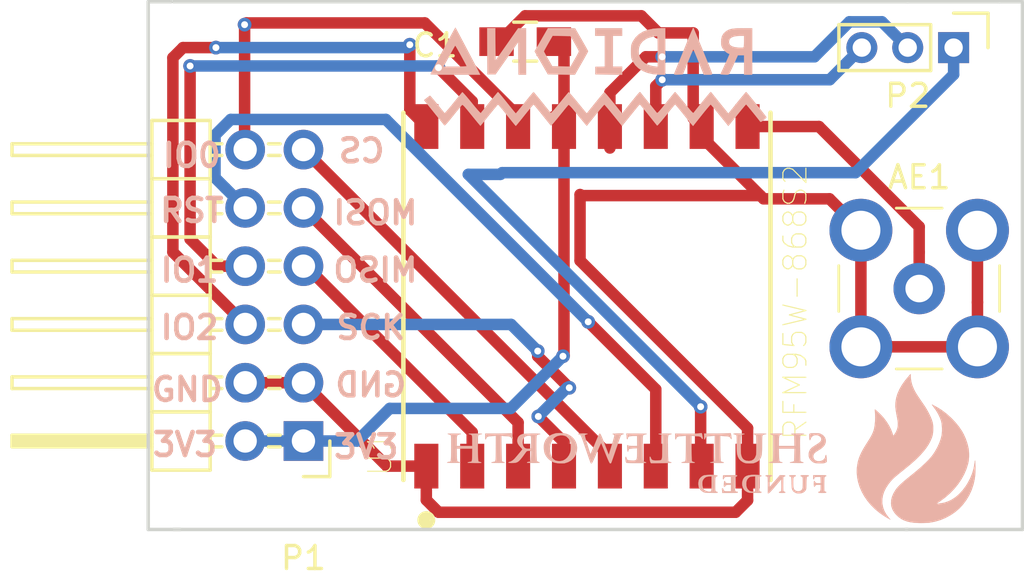
<source format=kicad_pcb>
(kicad_pcb (version 4) (host pcbnew 4.0.5+dfsg1-4)

  (general
    (links 0)
    (no_connects 0)
    (area 93.824999 97.924999 132.075001 121.075001)
    (thickness 1.6)
    (drawings 21)
    (tracks 151)
    (zones 0)
    (modules 7)
    (nets 15)
  )

  (page A4)
  (layers
    (0 F.Cu signal)
    (31 B.Cu signal)
    (32 B.Adhes user)
    (33 F.Adhes user)
    (34 B.Paste user)
    (35 F.Paste user)
    (36 B.SilkS user)
    (37 F.SilkS user)
    (38 B.Mask user)
    (39 F.Mask user)
    (40 Dwgs.User user)
    (41 Cmts.User user)
    (42 Eco1.User user)
    (43 Eco2.User user)
    (44 Edge.Cuts user)
    (45 Margin user)
    (46 B.CrtYd user)
    (47 F.CrtYd user)
    (48 B.Fab user)
    (49 F.Fab user)
  )

  (setup
    (last_trace_width 0.5)
    (user_trace_width 0.25)
    (user_trace_width 0.5)
    (user_trace_width 0.75)
    (user_trace_width 1)
    (trace_clearance 0.2)
    (zone_clearance 0.508)
    (zone_45_only no)
    (trace_min 0.2)
    (segment_width 0.2)
    (edge_width 0.15)
    (via_size 0.6)
    (via_drill 0.4)
    (via_min_size 0.4)
    (via_min_drill 0.3)
    (user_via 0.6 0.3)
    (uvia_size 0.3)
    (uvia_drill 0.1)
    (uvias_allowed no)
    (uvia_min_size 0.2)
    (uvia_min_drill 0.1)
    (pcb_text_width 0.3)
    (pcb_text_size 1.5 1.5)
    (mod_edge_width 0.15)
    (mod_text_size 1 1)
    (mod_text_width 0.15)
    (pad_size 1.524 1.524)
    (pad_drill 0.762)
    (pad_to_mask_clearance 0.2)
    (aux_axis_origin 0 0)
    (visible_elements FFFFFF7F)
    (pcbplotparams
      (layerselection 0x00030_80000001)
      (usegerberextensions false)
      (excludeedgelayer true)
      (linewidth 0.100000)
      (plotframeref false)
      (viasonmask false)
      (mode 1)
      (useauxorigin false)
      (hpglpennumber 1)
      (hpglpenspeed 20)
      (hpglpendiameter 15)
      (hpglpenoverlay 2)
      (psnegative false)
      (psa4output false)
      (plotreference true)
      (plotvalue true)
      (plotinvisibletext false)
      (padsonsilk false)
      (subtractmaskfromsilk false)
      (outputformat 1)
      (mirror false)
      (drillshape 0)
      (scaleselection 1)
      (outputdirectory Gerber/LoRa_PMOD/))
  )

  (net 0 "")
  (net 1 VCC)
  (net 2 GND)
  (net 3 CS)
  (net 4 MOSI)
  (net 5 MISO)
  (net 6 SCK)
  (net 7 DIO0)
  (net 8 RESET)
  (net 9 DIO1)
  (net 10 DIO2)
  (net 11 ANT)
  (net 12 DIO5)
  (net 13 DIO4)
  (net 14 DIO3)

  (net_class Default "This is the default net class."
    (clearance 0.2)
    (trace_width 0.25)
    (via_dia 0.6)
    (via_drill 0.4)
    (uvia_dia 0.3)
    (uvia_drill 0.1)
    (add_net ANT)
    (add_net CS)
    (add_net DIO0)
    (add_net DIO1)
    (add_net DIO2)
    (add_net DIO3)
    (add_net DIO4)
    (add_net DIO5)
    (add_net GND)
    (add_net MISO)
    (add_net MOSI)
    (add_net RESET)
    (add_net SCK)
    (add_net VCC)
  )

  (module Capacitors_SMD:C_0805_HandSoldering (layer F.Cu) (tedit 541A9B8D) (tstamp 5BFAAB15)
    (at 110.33 99.74 180)
    (descr "Capacitor SMD 0805, hand soldering")
    (tags "capacitor 0805")
    (path /5BFAA809)
    (attr smd)
    (fp_text reference C1 (at 3.93 -0.16 180) (layer F.SilkS)
      (effects (font (size 1 1) (thickness 0.15)))
    )
    (fp_text value C1 (at 3.93 -0.16 180) (layer F.Fab)
      (effects (font (size 1 1) (thickness 0.15)))
    )
    (fp_line (start -1 0.625) (end -1 -0.625) (layer F.Fab) (width 0.15))
    (fp_line (start 1 0.625) (end -1 0.625) (layer F.Fab) (width 0.15))
    (fp_line (start 1 -0.625) (end 1 0.625) (layer F.Fab) (width 0.15))
    (fp_line (start -1 -0.625) (end 1 -0.625) (layer F.Fab) (width 0.15))
    (fp_line (start -2.3 -1) (end 2.3 -1) (layer F.CrtYd) (width 0.05))
    (fp_line (start -2.3 1) (end 2.3 1) (layer F.CrtYd) (width 0.05))
    (fp_line (start -2.3 -1) (end -2.3 1) (layer F.CrtYd) (width 0.05))
    (fp_line (start 2.3 -1) (end 2.3 1) (layer F.CrtYd) (width 0.05))
    (fp_line (start 0.5 -0.85) (end -0.5 -0.85) (layer F.SilkS) (width 0.15))
    (fp_line (start -0.5 0.85) (end 0.5 0.85) (layer F.SilkS) (width 0.15))
    (pad 1 smd rect (at -1.25 0 180) (size 1.5 1.25) (layers F.Cu F.Paste F.Mask)
      (net 1 VCC))
    (pad 2 smd rect (at 1.25 0 180) (size 1.5 1.25) (layers F.Cu F.Paste F.Mask)
      (net 2 GND))
    (model Capacitors_SMD.3dshapes/C_0805_HandSoldering.wrl
      (at (xyz 0 0 0))
      (scale (xyz 1 1 1))
      (rotate (xyz 0 0 0))
    )
  )

  (module RFM95W-868S2:XCVR_RFM95W-868S2 (layer F.Cu) (tedit 0) (tstamp 5BFAAB48)
    (at 113.02 110.84 90)
    (path /5BFAAA0A)
    (attr smd)
    (fp_text reference U1 (at -6.86 -9.02 90) (layer F.SilkS)
      (effects (font (size 1.00191 1.00191) (thickness 0.05)))
    )
    (fp_text value RFM95W-868S2 (at -0.26 9.08 90) (layer F.SilkS)
      (effects (font (size 1.00181 1.00181) (thickness 0.05)))
    )
    (fp_line (start -8 -8) (end 8 -8) (layer F.SilkS) (width 0.2))
    (fp_line (start 8 -8) (end 8 8) (layer Dwgs.User) (width 0.2))
    (fp_line (start 8 8) (end -8 8) (layer F.SilkS) (width 0.2))
    (fp_line (start -8 8) (end -8 -8) (layer Dwgs.User) (width 0.2))
    (fp_line (start -8.65 -8.25) (end 8.65 -8.25) (layer Eco1.User) (width 0.05))
    (fp_line (start 8.65 -8.25) (end 8.65 8.25) (layer Eco1.User) (width 0.05))
    (fp_line (start 8.65 8.25) (end -8.65 8.25) (layer Eco1.User) (width 0.05))
    (fp_line (start -8.65 8.25) (end -8.65 -8.25) (layer Eco1.User) (width 0.05))
    (fp_circle (center -9.75 -7) (end -9.45845 -7) (layer F.SilkS) (width 0.2))
    (fp_poly (pts (xy -10.0115 -7.2) (xy -9.5 -7.2) (xy -9.5 -6.8078) (xy -10.0115 -6.8078)) (layer F.SilkS) (width 0))
    (pad 1 smd rect (at -7.4 -7 90) (size 1.95 1.05) (layers F.Cu F.Paste F.Mask)
      (net 2 GND))
    (pad 2 smd rect (at -7.4 -5 90) (size 1.95 1.05) (layers F.Cu F.Paste F.Mask)
      (net 5 MISO))
    (pad 3 smd rect (at -7.4 -3 90) (size 1.95 1.05) (layers F.Cu F.Paste F.Mask)
      (net 4 MOSI))
    (pad 4 smd rect (at -7.4 -1 90) (size 1.95 1.05) (layers F.Cu F.Paste F.Mask)
      (net 6 SCK))
    (pad 5 smd rect (at -7.4 1 90) (size 1.95 1.05) (layers F.Cu F.Paste F.Mask)
      (net 3 CS))
    (pad 6 smd rect (at -7.4 3 90) (size 1.95 1.05) (layers F.Cu F.Paste F.Mask)
      (net 8 RESET))
    (pad 7 smd rect (at -7.4 5 90) (size 1.95 1.05) (layers F.Cu F.Paste F.Mask)
      (net 12 DIO5))
    (pad 8 smd rect (at -7.4 7 90) (size 1.95 1.05) (layers F.Cu F.Paste F.Mask)
      (net 2 GND))
    (pad 9 smd rect (at 7.4 7 270) (size 1.95 1.05) (layers F.Cu F.Paste F.Mask)
      (net 11 ANT))
    (pad 10 smd rect (at 7.4 5 270) (size 1.95 1.05) (layers F.Cu F.Paste F.Mask)
      (net 2 GND))
    (pad 11 smd rect (at 7.4 3 270) (size 1.95 1.05) (layers F.Cu F.Paste F.Mask)
      (net 14 DIO3))
    (pad 12 smd rect (at 7.4 1 270) (size 1.95 1.05) (layers F.Cu F.Paste F.Mask)
      (net 13 DIO4))
    (pad 13 smd rect (at 7.4 -1 270) (size 1.95 1.05) (layers F.Cu F.Paste F.Mask)
      (net 1 VCC))
    (pad 14 smd rect (at 7.4 -3 270) (size 1.95 1.05) (layers F.Cu F.Paste F.Mask)
      (net 7 DIO0))
    (pad 15 smd rect (at 7.4 -5 270) (size 1.95 1.05) (layers F.Cu F.Paste F.Mask)
      (net 9 DIO1))
    (pad 16 smd rect (at 7.4 -7 270) (size 1.95 1.05) (layers F.Cu F.Paste F.Mask)
      (net 10 DIO2))
    (model ../../../../../home/mistery/FPGA/ulx3s-PMOD/LoRa/parts/RFM95/RFM95.wrl
      (at (xyz 0 0 0))
      (scale (xyz 0.39 0.39 0.39))
      (rotate (xyz 270 0 0))
    )
  )

  (module Connectors:SMB_Straight (layer F.Cu) (tedit 586135E7) (tstamp 5BFB06FD)
    (at 127.5 110.5)
    (descr "SMB pcb mounting jack")
    (tags "SMB Jack  Striaght")
    (path /5BFB01E5)
    (fp_text reference AE1 (at 0 -4.85) (layer F.SilkS)
      (effects (font (size 1 1) (thickness 0.15)))
    )
    (fp_text value Ant (at 0 5.05) (layer F.Fab)
      (effects (font (size 1 1) (thickness 0.15)))
    )
    (fp_circle (center 0 0) (end 2.5 0) (layer F.Fab) (width 0.1))
    (fp_line (start -3.45 -3.45) (end -3.45 3.45) (layer F.Fab) (width 0.1))
    (fp_line (start -3.45 3.45) (end 3.45 3.45) (layer F.Fab) (width 0.1))
    (fp_line (start 3.45 3.45) (end 3.45 -3.45) (layer F.Fab) (width 0.1))
    (fp_line (start 3.45 -3.45) (end -3.45 -3.45) (layer F.Fab) (width 0.1))
    (fp_line (start -4.25 -4.25) (end 4.25 -4.25) (layer B.CrtYd) (width 0.05))
    (fp_line (start 4.25 -4.25) (end 4.25 4.25) (layer B.CrtYd) (width 0.05))
    (fp_line (start 4.25 4.25) (end -4.25 4.25) (layer B.CrtYd) (width 0.05))
    (fp_line (start -4.25 4.25) (end -4.25 -4.25) (layer B.CrtYd) (width 0.05))
    (fp_line (start 4.25 4.25) (end -4.25 4.25) (layer F.CrtYd) (width 0.05))
    (fp_line (start -4.25 4.25) (end -4.25 -4.25) (layer F.CrtYd) (width 0.05))
    (fp_line (start 4.25 -4.25) (end 4.25 4.25) (layer F.CrtYd) (width 0.05))
    (fp_line (start -4.25 -4.25) (end 4.25 -4.25) (layer F.CrtYd) (width 0.05))
    (fp_line (start -1 -3.5052) (end 1 -3.5052) (layer F.SilkS) (width 0.12))
    (fp_line (start 3.5052 -1) (end 3.5052 1) (layer F.SilkS) (width 0.12))
    (fp_line (start 1 3.5052) (end -1 3.5052) (layer F.SilkS) (width 0.12))
    (fp_line (start -3.5052 1) (end -3.5052 -1) (layer F.SilkS) (width 0.12))
    (pad 2 thru_hole circle (at -2.54 2.54) (size 2.74 2.74) (drill 1.7) (layers *.Cu *.Mask)
      (net 2 GND))
    (pad 2 thru_hole circle (at 2.54 2.54) (size 2.74 2.74) (drill 1.7) (layers *.Cu *.Mask)
      (net 2 GND))
    (pad 2 thru_hole circle (at 2.54 -2.54) (size 2.74 2.74) (drill 1.7) (layers *.Cu *.Mask)
      (net 2 GND))
    (pad 2 thru_hole circle (at -2.54 -2.54) (size 2.74 2.74) (drill 1.7) (layers *.Cu *.Mask)
      (net 2 GND))
    (pad 1 thru_hole circle (at 0 0) (size 2.24 2.24) (drill 1.2) (layers *.Cu *.Mask)
      (net 11 ANT))
    (model Connectors.3dshapes/SMB_Straight.wrl
      (at (xyz 0 0 0))
      (scale (xyz 1 1 1))
      (rotate (xyz 0 0 0))
    )
  )

  (module Pin_Headers:Pin_Header_Angled_2x06 (layer F.Cu) (tedit 0) (tstamp 5BFB070D)
    (at 100.665 117.145 180)
    (descr "Through hole pin header")
    (tags "pin header")
    (path /5BFAA353)
    (fp_text reference P1 (at 0 -5.1 180) (layer F.SilkS)
      (effects (font (size 1 1) (thickness 0.15)))
    )
    (fp_text value PMOD_LoRa (at 0 -3.1 180) (layer F.Fab)
      (effects (font (size 1 1) (thickness 0.15)))
    )
    (fp_line (start -1.35 -1.75) (end -1.35 14.45) (layer F.CrtYd) (width 0.05))
    (fp_line (start 13.2 -1.75) (end 13.2 14.45) (layer F.CrtYd) (width 0.05))
    (fp_line (start -1.35 -1.75) (end 13.2 -1.75) (layer F.CrtYd) (width 0.05))
    (fp_line (start -1.35 14.45) (end 13.2 14.45) (layer F.CrtYd) (width 0.05))
    (fp_line (start 1.524 12.446) (end 1.016 12.446) (layer F.SilkS) (width 0.15))
    (fp_line (start 1.524 12.954) (end 1.016 12.954) (layer F.SilkS) (width 0.15))
    (fp_line (start 1.524 10.414) (end 1.016 10.414) (layer F.SilkS) (width 0.15))
    (fp_line (start 1.524 9.906) (end 1.016 9.906) (layer F.SilkS) (width 0.15))
    (fp_line (start 1.524 7.874) (end 1.016 7.874) (layer F.SilkS) (width 0.15))
    (fp_line (start 1.524 7.366) (end 1.016 7.366) (layer F.SilkS) (width 0.15))
    (fp_line (start 1.524 -0.254) (end 1.016 -0.254) (layer F.SilkS) (width 0.15))
    (fp_line (start 1.524 0.254) (end 1.016 0.254) (layer F.SilkS) (width 0.15))
    (fp_line (start 1.524 5.334) (end 1.016 5.334) (layer F.SilkS) (width 0.15))
    (fp_line (start 1.524 4.826) (end 1.016 4.826) (layer F.SilkS) (width 0.15))
    (fp_line (start 1.524 2.794) (end 1.016 2.794) (layer F.SilkS) (width 0.15))
    (fp_line (start 1.524 2.286) (end 1.016 2.286) (layer F.SilkS) (width 0.15))
    (fp_line (start 4.064 12.954) (end 3.556 12.954) (layer F.SilkS) (width 0.15))
    (fp_line (start 4.064 12.446) (end 3.556 12.446) (layer F.SilkS) (width 0.15))
    (fp_line (start 4.064 10.414) (end 3.556 10.414) (layer F.SilkS) (width 0.15))
    (fp_line (start 4.064 9.906) (end 3.556 9.906) (layer F.SilkS) (width 0.15))
    (fp_line (start 4.064 -0.254) (end 3.556 -0.254) (layer F.SilkS) (width 0.15))
    (fp_line (start 4.064 0.254) (end 3.556 0.254) (layer F.SilkS) (width 0.15))
    (fp_line (start 4.064 2.286) (end 3.556 2.286) (layer F.SilkS) (width 0.15))
    (fp_line (start 4.064 2.794) (end 3.556 2.794) (layer F.SilkS) (width 0.15))
    (fp_line (start 4.064 7.874) (end 3.556 7.874) (layer F.SilkS) (width 0.15))
    (fp_line (start 4.064 7.366) (end 3.556 7.366) (layer F.SilkS) (width 0.15))
    (fp_line (start 4.064 5.334) (end 3.556 5.334) (layer F.SilkS) (width 0.15))
    (fp_line (start 4.064 4.826) (end 3.556 4.826) (layer F.SilkS) (width 0.15))
    (fp_line (start 0 -1.55) (end -1.15 -1.55) (layer F.SilkS) (width 0.15))
    (fp_line (start -1.15 -1.55) (end -1.15 0) (layer F.SilkS) (width 0.15))
    (fp_line (start 6.604 -0.127) (end 12.573 -0.127) (layer F.SilkS) (width 0.15))
    (fp_line (start 12.573 -0.127) (end 12.573 0.127) (layer F.SilkS) (width 0.15))
    (fp_line (start 12.573 0.127) (end 6.731 0.127) (layer F.SilkS) (width 0.15))
    (fp_line (start 6.731 0.127) (end 6.731 0) (layer F.SilkS) (width 0.15))
    (fp_line (start 6.731 0) (end 12.573 0) (layer F.SilkS) (width 0.15))
    (fp_line (start 4.064 8.89) (end 6.604 8.89) (layer F.SilkS) (width 0.15))
    (fp_line (start 4.064 8.89) (end 4.064 11.43) (layer F.SilkS) (width 0.15))
    (fp_line (start 4.064 11.43) (end 6.604 11.43) (layer F.SilkS) (width 0.15))
    (fp_line (start 6.604 9.906) (end 12.7 9.906) (layer F.SilkS) (width 0.15))
    (fp_line (start 12.7 9.906) (end 12.7 10.414) (layer F.SilkS) (width 0.15))
    (fp_line (start 12.7 10.414) (end 6.604 10.414) (layer F.SilkS) (width 0.15))
    (fp_line (start 6.604 11.43) (end 6.604 8.89) (layer F.SilkS) (width 0.15))
    (fp_line (start 6.604 13.97) (end 6.604 11.43) (layer F.SilkS) (width 0.15))
    (fp_line (start 12.7 12.954) (end 6.604 12.954) (layer F.SilkS) (width 0.15))
    (fp_line (start 12.7 12.446) (end 12.7 12.954) (layer F.SilkS) (width 0.15))
    (fp_line (start 6.604 12.446) (end 12.7 12.446) (layer F.SilkS) (width 0.15))
    (fp_line (start 4.064 11.43) (end 4.064 13.97) (layer F.SilkS) (width 0.15))
    (fp_line (start 4.064 11.43) (end 6.604 11.43) (layer F.SilkS) (width 0.15))
    (fp_line (start 4.064 13.97) (end 6.604 13.97) (layer F.SilkS) (width 0.15))
    (fp_line (start 4.064 3.81) (end 6.604 3.81) (layer F.SilkS) (width 0.15))
    (fp_line (start 4.064 3.81) (end 4.064 6.35) (layer F.SilkS) (width 0.15))
    (fp_line (start 4.064 6.35) (end 6.604 6.35) (layer F.SilkS) (width 0.15))
    (fp_line (start 6.604 4.826) (end 12.7 4.826) (layer F.SilkS) (width 0.15))
    (fp_line (start 12.7 4.826) (end 12.7 5.334) (layer F.SilkS) (width 0.15))
    (fp_line (start 12.7 5.334) (end 6.604 5.334) (layer F.SilkS) (width 0.15))
    (fp_line (start 6.604 6.35) (end 6.604 3.81) (layer F.SilkS) (width 0.15))
    (fp_line (start 6.604 8.89) (end 6.604 6.35) (layer F.SilkS) (width 0.15))
    (fp_line (start 12.7 7.874) (end 6.604 7.874) (layer F.SilkS) (width 0.15))
    (fp_line (start 12.7 7.366) (end 12.7 7.874) (layer F.SilkS) (width 0.15))
    (fp_line (start 6.604 7.366) (end 12.7 7.366) (layer F.SilkS) (width 0.15))
    (fp_line (start 4.064 8.89) (end 6.604 8.89) (layer F.SilkS) (width 0.15))
    (fp_line (start 4.064 6.35) (end 4.064 8.89) (layer F.SilkS) (width 0.15))
    (fp_line (start 4.064 6.35) (end 6.604 6.35) (layer F.SilkS) (width 0.15))
    (fp_line (start 4.064 1.27) (end 6.604 1.27) (layer F.SilkS) (width 0.15))
    (fp_line (start 4.064 1.27) (end 4.064 3.81) (layer F.SilkS) (width 0.15))
    (fp_line (start 4.064 3.81) (end 6.604 3.81) (layer F.SilkS) (width 0.15))
    (fp_line (start 6.604 2.286) (end 12.7 2.286) (layer F.SilkS) (width 0.15))
    (fp_line (start 12.7 2.286) (end 12.7 2.794) (layer F.SilkS) (width 0.15))
    (fp_line (start 12.7 2.794) (end 6.604 2.794) (layer F.SilkS) (width 0.15))
    (fp_line (start 6.604 3.81) (end 6.604 1.27) (layer F.SilkS) (width 0.15))
    (fp_line (start 6.604 1.27) (end 6.604 -1.27) (layer F.SilkS) (width 0.15))
    (fp_line (start 12.7 0.254) (end 6.604 0.254) (layer F.SilkS) (width 0.15))
    (fp_line (start 12.7 -0.254) (end 12.7 0.254) (layer F.SilkS) (width 0.15))
    (fp_line (start 6.604 -0.254) (end 12.7 -0.254) (layer F.SilkS) (width 0.15))
    (fp_line (start 4.064 1.27) (end 6.604 1.27) (layer F.SilkS) (width 0.15))
    (fp_line (start 4.064 -1.27) (end 4.064 1.27) (layer F.SilkS) (width 0.15))
    (fp_line (start 4.064 -1.27) (end 6.604 -1.27) (layer F.SilkS) (width 0.15))
    (pad 1 thru_hole rect (at 0 0 180) (size 1.7272 1.7272) (drill 1.016) (layers *.Cu *.Mask)
      (net 1 VCC))
    (pad 2 thru_hole oval (at 2.54 0 180) (size 1.7272 1.7272) (drill 1.016) (layers *.Cu *.Mask)
      (net 1 VCC))
    (pad 3 thru_hole oval (at 0 2.54 180) (size 1.7272 1.7272) (drill 1.016) (layers *.Cu *.Mask)
      (net 2 GND))
    (pad 4 thru_hole oval (at 2.54 2.54 180) (size 1.7272 1.7272) (drill 1.016) (layers *.Cu *.Mask)
      (net 2 GND))
    (pad 5 thru_hole oval (at 0 5.08 180) (size 1.7272 1.7272) (drill 1.016) (layers *.Cu *.Mask)
      (net 6 SCK))
    (pad 6 thru_hole oval (at 2.54 5.08 180) (size 1.7272 1.7272) (drill 1.016) (layers *.Cu *.Mask)
      (net 10 DIO2))
    (pad 7 thru_hole oval (at 0 7.62 180) (size 1.7272 1.7272) (drill 1.016) (layers *.Cu *.Mask)
      (net 5 MISO))
    (pad 8 thru_hole oval (at 2.54 7.62 180) (size 1.7272 1.7272) (drill 1.016) (layers *.Cu *.Mask)
      (net 9 DIO1))
    (pad 9 thru_hole oval (at 0 10.16 180) (size 1.7272 1.7272) (drill 1.016) (layers *.Cu *.Mask)
      (net 4 MOSI))
    (pad 10 thru_hole oval (at 2.54 10.16 180) (size 1.7272 1.7272) (drill 1.016) (layers *.Cu *.Mask)
      (net 8 RESET))
    (pad 11 thru_hole oval (at 0 12.7 180) (size 1.7272 1.7272) (drill 1.016) (layers *.Cu *.Mask)
      (net 3 CS))
    (pad 12 thru_hole oval (at 2.54 12.7 180) (size 1.7272 1.7272) (drill 1.016) (layers *.Cu *.Mask)
      (net 7 DIO0))
    (model Pin_Headers.3dshapes/Pin_Header_Angled_2x06.wrl
      (at (xyz 0.05 -0.25 0))
      (scale (xyz 1 1 1))
      (rotate (xyz 0 0 90))
    )
  )

  (module Pin_Headers:Pin_Header_Straight_1x03_Pitch2.00mm (layer F.Cu) (tedit 56FA75DA) (tstamp 5BFB0714)
    (at 129 100 270)
    (descr "Through hole pin header, 1x03, 2.00mm pitch, single row")
    (tags "pin header single row")
    (path /5BFB07D0)
    (fp_text reference P2 (at 2.1 2 360) (layer F.SilkS)
      (effects (font (size 1 1) (thickness 0.15)))
    )
    (fp_text value Ext (at -0.1 6.4 270) (layer F.Fab)
      (effects (font (size 1 1) (thickness 0.15)))
    )
    (fp_line (start -1 1) (end 1 1) (layer F.SilkS) (width 0.15))
    (fp_line (start 1 1) (end 1 5) (layer F.SilkS) (width 0.15))
    (fp_line (start 1 5) (end -1 5) (layer F.SilkS) (width 0.15))
    (fp_line (start -1 5) (end -1 1) (layer F.SilkS) (width 0.15))
    (fp_line (start -1.6 -1.6) (end 1.6 -1.6) (layer F.CrtYd) (width 0.05))
    (fp_line (start 1.6 -1.6) (end 1.6 5.6) (layer F.CrtYd) (width 0.05))
    (fp_line (start 1.6 5.6) (end -1.6 5.6) (layer F.CrtYd) (width 0.05))
    (fp_line (start -1.6 5.6) (end -1.6 -1.6) (layer F.CrtYd) (width 0.05))
    (fp_line (start -1.5 0) (end -1.5 -1.5) (layer F.SilkS) (width 0.15))
    (fp_line (start -1.5 -1.5) (end 0 -1.5) (layer F.SilkS) (width 0.15))
    (pad 1 thru_hole rect (at 0 0 270) (size 1.35 1.35) (drill 0.8) (layers *.Cu *.Mask)
      (net 12 DIO5))
    (pad 2 thru_hole circle (at 0 2 270) (size 1.35 1.35) (drill 0.8) (layers *.Cu *.Mask)
      (net 13 DIO4))
    (pad 3 thru_hole circle (at 0 4 270) (size 1.35 1.35) (drill 0.8) (layers *.Cu *.Mask)
      (net 14 DIO3))
    (model Pin_Headers.3dshapes/Pin_Header_Straight_1x03_Pitch2.00mm.wrl
      (at (xyz 0 0 0))
      (scale (xyz 1 1 1))
      (rotate (xyz 0 0 0))
    )
  )

  (module parts:radiona (layer B.Cu) (tedit 0) (tstamp 5BFB123D)
    (at 113.4 101.25 180)
    (fp_text reference G*** (at 0 0 180) (layer B.SilkS) hide
      (effects (font (thickness 0.3)) (justify mirror))
    )
    (fp_text value LOGO (at 0.75 0 180) (layer B.SilkS) hide
      (effects (font (thickness 0.3)) (justify mirror))
    )
    (fp_poly (pts (xy -4.993573 -0.699436) (xy -4.951696 -0.747702) (xy -4.890094 -0.820938) (xy -4.813576 -0.913247)
      (xy -4.726951 -1.018732) (xy -4.635026 -1.131496) (xy -4.54261 -1.245642) (xy -4.454511 -1.355274)
      (xy -4.375537 -1.454493) (xy -4.310497 -1.537404) (xy -4.266716 -1.594726) (xy -4.253527 -1.598909)
      (xy -4.229718 -1.58535) (xy -4.192215 -1.550729) (xy -4.137943 -1.491725) (xy -4.063827 -1.405015)
      (xy -3.966793 -1.28728) (xy -3.860053 -1.155431) (xy -3.756691 -1.027899) (xy -3.66269 -0.913466)
      (xy -3.582125 -0.816968) (xy -3.519072 -0.743241) (xy -3.477608 -0.697122) (xy -3.462133 -0.683218)
      (xy -3.443577 -0.701214) (xy -3.400009 -0.751258) (xy -3.335499 -0.82843) (xy -3.254119 -0.92781)
      (xy -3.15994 -1.044478) (xy -3.07159 -1.155171) (xy -2.953517 -1.302927) (xy -2.860764 -1.416616)
      (xy -2.790219 -1.499643) (xy -2.738766 -1.55541) (xy -2.703292 -1.587322) (xy -2.680684 -1.598781)
      (xy -2.669239 -1.594963) (xy -2.648053 -1.569656) (xy -2.602633 -1.514) (xy -2.538116 -1.434387)
      (xy -2.459641 -1.337208) (xy -2.372345 -1.228853) (xy -2.281365 -1.115714) (xy -2.191839 -1.004183)
      (xy -2.108906 -0.900649) (xy -2.037701 -0.811504) (xy -1.983364 -0.743139) (xy -1.951031 -0.701945)
      (xy -1.945734 -0.69495) (xy -1.938953 -0.687166) (xy -1.930262 -0.685169) (xy -1.916371 -0.692629)
      (xy -1.893992 -0.713215) (xy -1.859835 -0.750598) (xy -1.810611 -0.808447) (xy -1.743032 -0.890431)
      (xy -1.653809 -1.000222) (xy -1.539652 -1.141487) (xy -1.486427 -1.207436) (xy -1.150169 -1.624109)
      (xy -0.775449 -1.158953) (xy -0.672737 -1.032458) (xy -0.579096 -0.919046) (xy -0.498699 -0.823618)
      (xy -0.435722 -0.751078) (xy -0.394339 -0.706326) (xy -0.379313 -0.693797) (xy -0.359278 -0.711377)
      (xy -0.314163 -0.760826) (xy -0.248177 -0.837211) (xy -0.165529 -0.935595) (xy -0.070428 -1.051042)
      (xy 0.011821 -1.152408) (xy 0.113171 -1.278098) (xy 0.204376 -1.391152) (xy 0.281405 -1.486578)
      (xy 0.340226 -1.559383) (xy 0.376809 -1.604576) (xy 0.387365 -1.617506) (xy 0.403062 -1.601775)
      (xy 0.444255 -1.554123) (xy 0.506991 -1.479302) (xy 0.587314 -1.382067) (xy 0.681269 -1.26717)
      (xy 0.774263 -1.152532) (xy 0.877776 -1.025955) (xy 0.972263 -0.913248) (xy 1.053598 -0.819107)
      (xy 1.117653 -0.748225) (xy 1.160302 -0.705298) (xy 1.176947 -0.694428) (xy 1.197083 -0.715761)
      (xy 1.242339 -0.76873) (xy 1.308484 -0.848215) (xy 1.391282 -0.949099) (xy 1.486503 -1.066263)
      (xy 1.567206 -1.166319) (xy 1.668509 -1.290812) (xy 1.760501 -1.400986) (xy 1.839067 -1.492144)
      (xy 1.900092 -1.559591) (xy 1.939462 -1.598631) (xy 1.95268 -1.606176) (xy 1.971549 -1.583303)
      (xy 2.015596 -1.52899) (xy 2.080581 -1.448495) (xy 2.16226 -1.347079) (xy 2.256392 -1.230002)
      (xy 2.328142 -1.140648) (xy 2.428389 -1.016342) (xy 2.519286 -0.904774) (xy 2.596601 -0.811044)
      (xy 2.656104 -0.740252) (xy 2.693565 -0.697498) (xy 2.704495 -0.686946) (xy 2.723304 -0.70273)
      (xy 2.767045 -0.75072) (xy 2.831645 -0.826092) (xy 2.913033 -0.924023) (xy 3.007136 -1.039688)
      (xy 3.095598 -1.150256) (xy 3.197217 -1.277652) (xy 3.289228 -1.39193) (xy 3.367617 -1.488193)
      (xy 3.428371 -1.561542) (xy 3.467476 -1.60708) (xy 3.480741 -1.620265) (xy 3.497971 -1.602593)
      (xy 3.540363 -1.552927) (xy 3.603896 -1.476161) (xy 3.684548 -1.377193) (xy 3.7783 -1.260915)
      (xy 3.866685 -1.150371) (xy 3.968662 -1.02339) (xy 4.061368 -0.909937) (xy 4.140731 -0.814832)
      (xy 4.202684 -0.742894) (xy 4.243158 -0.698943) (xy 4.25771 -0.687213) (xy 4.276533 -0.706648)
      (xy 4.320472 -0.75776) (xy 4.385305 -0.835459) (xy 4.466812 -0.934653) (xy 4.560771 -1.050252)
      (xy 4.633654 -1.140648) (xy 4.734116 -1.265588) (xy 4.825089 -1.378593) (xy 4.902334 -1.474409)
      (xy 4.961613 -1.547782) (xy 4.998687 -1.593455) (xy 5.009198 -1.60618) (xy 5.027734 -1.593746)
      (xy 5.071455 -1.549086) (xy 5.136303 -1.476819) (xy 5.218225 -1.381565) (xy 5.313165 -1.267943)
      (xy 5.407061 -1.152966) (xy 5.510622 -1.026327) (xy 5.605159 -0.913556) (xy 5.686545 -0.819345)
      (xy 5.750657 -0.748387) (xy 5.793369 -0.705374) (xy 5.810095 -0.694428) (xy 5.830231 -0.715761)
      (xy 5.875488 -0.76873) (xy 5.941632 -0.848215) (xy 6.024431 -0.949099) (xy 6.119651 -1.066263)
      (xy 6.200354 -1.166319) (xy 6.30164 -1.290807) (xy 6.393594 -1.400978) (xy 6.472104 -1.492134)
      (xy 6.533059 -1.559582) (xy 6.572349 -1.598627) (xy 6.585498 -1.606176) (xy 6.604708 -1.582905)
      (xy 6.648714 -1.528833) (xy 6.712796 -1.449784) (xy 6.792235 -1.351581) (xy 6.882311 -1.240048)
      (xy 6.900841 -1.217084) (xy 6.992298 -1.104832) (xy 7.074325 -1.006253) (xy 7.142208 -0.926841)
      (xy 7.191237 -0.872088) (xy 7.216698 -0.847488) (xy 7.218623 -0.846667) (xy 7.245485 -0.860313)
      (xy 7.297093 -0.895965) (xy 7.357571 -0.942221) (xy 7.477582 -1.037775) (xy 7.049023 -1.570658)
      (xy 6.938498 -1.708137) (xy 6.836815 -1.834711) (xy 6.747927 -1.945452) (xy 6.675788 -2.035431)
      (xy 6.624349 -2.099722) (xy 6.597565 -2.133394) (xy 6.595353 -2.136232) (xy 6.581372 -2.139516)
      (xy 6.555667 -2.123401) (xy 6.515205 -2.0846) (xy 6.45695 -2.019826) (xy 6.377866 -1.92579)
      (xy 6.274919 -1.799205) (xy 6.213473 -1.722586) (xy 6.112472 -1.596797) (xy 6.019764 -1.482407)
      (xy 5.939826 -1.384854) (xy 5.877133 -1.309578) (xy 5.836163 -1.262015) (xy 5.823005 -1.248284)
      (xy 5.808079 -1.24507) (xy 5.784582 -1.257297) (xy 5.749193 -1.288514) (xy 5.698594 -1.342272)
      (xy 5.629463 -1.422122) (xy 5.538479 -1.531614) (xy 5.422324 -1.674299) (xy 5.407649 -1.692444)
      (xy 5.304718 -1.819276) (xy 5.211862 -1.932743) (xy 5.133032 -2.028093) (xy 5.07218 -2.100574)
      (xy 5.033258 -2.145434) (xy 5.020237 -2.158258) (xy 5.004519 -2.138981) (xy 4.96332 -2.088065)
      (xy 4.900671 -2.0105) (xy 4.820599 -1.911277) (xy 4.727134 -1.795386) (xy 4.644868 -1.693334)
      (xy 4.542928 -1.567442) (xy 4.450322 -1.45421) (xy 4.37123 -1.358654) (xy 4.309831 -1.285795)
      (xy 4.270305 -1.240652) (xy 4.25726 -1.227872) (xy 4.238376 -1.243657) (xy 4.194567 -1.29165)
      (xy 4.129907 -1.367026) (xy 4.048472 -1.464963) (xy 3.954338 -1.580634) (xy 3.865884 -1.691182)
      (xy 3.764268 -1.818568) (xy 3.672259 -1.932824) (xy 3.593871 -2.029057) (xy 3.533117 -2.102369)
      (xy 3.494009 -2.147864) (xy 3.480741 -2.161011) (xy 3.463521 -2.14328) (xy 3.421162 -2.093542)
      (xy 3.357681 -2.016699) (xy 3.277098 -1.917653) (xy 3.183433 -1.801305) (xy 3.09532 -1.690942)
      (xy 2.99343 -1.563931) (xy 2.900765 -1.45047) (xy 2.821397 -1.355381) (xy 2.759402 -1.283487)
      (xy 2.718851 -1.239608) (xy 2.704217 -1.227965) (xy 2.685234 -1.247461) (xy 2.641171 -1.29865)
      (xy 2.576254 -1.376434) (xy 2.494711 -1.475714) (xy 2.400767 -1.591392) (xy 2.328142 -1.681574)
      (xy 2.227743 -1.806576) (xy 2.136774 -1.919656) (xy 2.059484 -2.015551) (xy 2.000119 -2.088994)
      (xy 1.962927 -2.134721) (xy 1.952327 -2.147455) (xy 1.933568 -2.135221) (xy 1.889979 -2.090729)
      (xy 1.825738 -2.01875) (xy 1.745021 -1.924054) (xy 1.652004 -1.811414) (xy 1.579351 -1.721368)
      (xy 1.478497 -1.595761) (xy 1.385947 -1.481564) (xy 1.306182 -1.384224) (xy 1.243683 -1.309182)
      (xy 1.202934 -1.261885) (xy 1.190017 -1.248417) (xy 1.17505 -1.245339) (xy 1.151348 -1.257885)
      (xy 1.115606 -1.289592) (xy 1.064518 -1.343999) (xy 0.99478 -1.424641) (xy 0.903085 -1.535057)
      (xy 0.786129 -1.678784) (xy 0.774835 -1.692751) (xy 0.671907 -1.819584) (xy 0.579047 -1.93304)
      (xy 0.500205 -2.028369) (xy 0.439334 -2.10082) (xy 0.400387 -2.145645) (xy 0.387338 -2.158432)
      (xy 0.371604 -2.139095) (xy 0.330417 -2.088103) (xy 0.267805 -2.010455) (xy 0.187796 -1.911147)
      (xy 0.094418 -1.795177) (xy 0.01245 -1.693334) (xy -0.089465 -1.567732) (xy -0.182352 -1.455259)
      (xy -0.261995 -1.360856) (xy -0.324181 -1.289464) (xy -0.364695 -1.246026) (xy -0.378656 -1.234722)
      (xy -0.398833 -1.252314) (xy -0.444097 -1.30182) (xy -0.510265 -1.378335) (xy -0.593152 -1.476954)
      (xy -0.688575 -1.592772) (xy -0.775183 -1.699548) (xy -1.149637 -2.164374) (xy -1.449765 -1.793622)
      (xy -1.547119 -1.673327) (xy -1.639847 -1.55869) (xy -1.721814 -1.457299) (xy -1.78689 -1.376739)
      (xy -1.82894 -1.324595) (xy -1.830932 -1.322119) (xy -1.878518 -1.267786) (xy -1.915658 -1.234051)
      (xy -1.929969 -1.228045) (xy -1.949064 -1.24756) (xy -1.993133 -1.298837) (xy -2.057952 -1.376762)
      (xy -2.139294 -1.476218) (xy -2.232936 -1.592092) (xy -2.30461 -1.681574) (xy -2.404586 -1.806684)
      (xy -2.495211 -1.919801) (xy -2.572238 -2.01565) (xy -2.631423 -2.088954) (xy -2.66852 -2.134437)
      (xy -2.679072 -2.146898) (xy -2.697878 -2.134331) (xy -2.741585 -2.089372) (xy -2.806135 -2.016692)
      (xy -2.887468 -1.920965) (xy -2.981527 -1.806863) (xy -3.071175 -1.695499) (xy -3.173277 -1.568064)
      (xy -3.266074 -1.453653) (xy -3.345487 -1.357183) (xy -3.407432 -1.283574) (xy -3.447829 -1.237743)
      (xy -3.462223 -1.224296) (xy -3.481165 -1.241454) (xy -3.524871 -1.290239) (xy -3.588902 -1.365403)
      (xy -3.66882 -1.4617) (xy -3.760184 -1.573882) (xy -3.803242 -1.62739) (xy -3.90174 -1.749928)
      (xy -3.993736 -1.863793) (xy -4.073976 -1.96253) (xy -4.137209 -2.039683) (xy -4.178181 -2.088797)
      (xy -4.186296 -2.098174) (xy -4.245092 -2.164533) (xy -4.620023 -1.693293) (xy -4.722156 -1.566034)
      (xy -4.815137 -1.452293) (xy -4.894886 -1.356889) (xy -4.957322 -1.284645) (xy -4.998365 -1.240381)
      (xy -5.013506 -1.228388) (xy -5.032754 -1.247708) (xy -5.077247 -1.298774) (xy -5.14283 -1.376616)
      (xy -5.22535 -1.476261) (xy -5.320651 -1.592738) (xy -5.407581 -1.699996) (xy -5.783103 -2.16527)
      (xy -6.161223 -1.694117) (xy -6.264061 -1.566815) (xy -6.35758 -1.45265) (xy -6.437693 -1.35648)
      (xy -6.500316 -1.283163) (xy -6.541363 -1.237557) (xy -6.556384 -1.224204) (xy -6.574426 -1.241852)
      (xy -6.616574 -1.289947) (xy -6.677626 -1.362147) (xy -6.752381 -1.452107) (xy -6.835636 -1.553484)
      (xy -6.922192 -1.659934) (xy -7.006846 -1.765115) (xy -7.084396 -1.862682) (xy -7.149642 -1.946292)
      (xy -7.166115 -1.967806) (xy -7.185433 -1.984268) (xy -7.211899 -1.981237) (xy -7.25515 -1.954795)
      (xy -7.318986 -1.905683) (xy -7.381742 -1.853299) (xy -7.426512 -1.811315) (xy -7.443611 -1.788815)
      (xy -7.443611 -1.788805) (xy -7.42949 -1.766202) (xy -7.39009 -1.712884) (xy -7.329855 -1.634394)
      (xy -7.253227 -1.536275) (xy -7.16465 -1.424068) (xy -7.068567 -1.303315) (xy -6.969422 -1.179559)
      (xy -6.871657 -1.058342) (xy -6.779716 -0.945207) (xy -6.698043 -0.845694) (xy -6.63108 -0.765347)
      (xy -6.583271 -0.709708) (xy -6.559059 -0.684319) (xy -6.557337 -0.683343) (xy -6.538842 -0.700558)
      (xy -6.495105 -0.749705) (xy -6.430207 -0.825938) (xy -6.348226 -0.924408) (xy -6.253243 -1.040271)
      (xy -6.161928 -1.153035) (xy -5.782607 -1.624034) (xy -5.463374 -1.229471) (xy -5.365169 -1.107895)
      (xy -5.273557 -0.994116) (xy -5.193919 -0.894844) (xy -5.131634 -0.816787) (xy -5.092079 -0.766656)
      (xy -5.08576 -0.758472) (xy -5.045509 -0.710564) (xy -5.016051 -0.68396) (xy -5.010917 -0.682037)
      (xy -4.993573 -0.699436)) (layer B.SilkS) (width 0.01))
    (fp_poly (pts (xy -6.225334 2.091222) (xy -6.076494 2.084429) (xy -5.958515 2.071245) (xy -5.863369 2.050147)
      (xy -5.783028 2.01961) (xy -5.709463 1.97811) (xy -5.67245 1.952584) (xy -5.572159 1.859762)
      (xy -5.507404 1.748784) (xy -5.474558 1.611684) (xy -5.4686 1.505185) (xy -5.471088 1.404064)
      (xy -5.482009 1.331381) (xy -5.505422 1.26874) (xy -5.531244 1.221312) (xy -5.582762 1.150935)
      (xy -5.649405 1.082554) (xy -5.719147 1.026449) (xy -5.779961 0.992899) (xy -5.804458 0.987778)
      (xy -5.830869 0.972851) (xy -5.832592 0.965033) (xy -5.82316 0.937613) (xy -5.796847 0.874365)
      (xy -5.756631 0.782101) (xy -5.705491 0.667633) (xy -5.646402 0.537771) (xy -5.634698 0.512301)
      (xy -5.436804 0.082315) (xy -5.603099 0.07533) (xy -5.689402 0.073182) (xy -5.758082 0.074176)
      (xy -5.794746 0.07809) (xy -5.795316 0.078294) (xy -5.812664 0.101903) (xy -5.845612 0.161762)
      (xy -5.890747 0.251099) (xy -5.944657 0.363139) (xy -6.003928 0.491111) (xy -6.009184 0.502683)
      (xy -6.197129 0.917126) (xy -6.332361 0.917174) (xy -6.467592 0.917222) (xy -6.467592 0.070555)
      (xy -6.82037 0.070555) (xy -6.82037 1.763889) (xy -6.467592 1.763889) (xy -6.467592 1.520864)
      (xy -6.466161 1.418269) (xy -6.462296 1.333852) (xy -6.456645 1.278268) (xy -6.451913 1.26216)
      (xy -6.417027 1.251556) (xy -6.348618 1.247054) (xy -6.259759 1.248316) (xy -6.16352 1.255003)
      (xy -6.072973 1.266778) (xy -6.041575 1.272773) (xy -5.925557 1.311487) (xy -5.850525 1.370453)
      (xy -5.813853 1.452292) (xy -5.809074 1.505185) (xy -5.827874 1.598509) (xy -5.885035 1.670451)
      (xy -5.981699 1.721594) (xy -6.119008 1.752521) (xy -6.298104 1.763815) (xy -6.315879 1.763889)
      (xy -6.467592 1.763889) (xy -6.82037 1.763889) (xy -6.82037 2.093148) (xy -6.413065 2.093148)
      (xy -6.225334 2.091222)) (layer B.SilkS) (width 0.01))
    (fp_poly (pts (xy -4.241536 2.095614) (xy -4.214068 2.036729) (xy -4.173913 1.945392) (xy -4.12349 1.8272)
      (xy -4.065217 1.687754) (xy -4.001513 1.532652) (xy -3.997511 1.522824) (xy -3.932125 1.362205)
      (xy -3.861425 1.188616) (xy -3.788003 1.008414) (xy -3.714453 0.827955) (xy -3.643365 0.653596)
      (xy -3.577332 0.491693) (xy -3.518946 0.348604) (xy -3.470799 0.230685) (xy -3.435483 0.144293)
      (xy -3.416896 0.098956) (xy -3.420722 0.083963) (xy -3.452146 0.075774) (xy -3.518013 0.073517)
      (xy -3.601313 0.075437) (xy -3.79824 0.082315) (xy -4.020974 0.62912) (xy -4.082257 0.778386)
      (xy -4.138074 0.912091) (xy -4.185917 1.024407) (xy -4.223277 1.109504) (xy -4.247644 1.161553)
      (xy -4.256159 1.175485) (xy -4.26794 1.154472) (xy -4.294599 1.095567) (xy -4.333665 1.0046)
      (xy -4.382666 0.887399) (xy -4.439131 0.749794) (xy -4.490482 0.6228) (xy -4.712353 0.070555)
      (xy -4.898919 0.070555) (xy -4.991548 0.071303) (xy -5.046036 0.07522) (xy -5.071274 0.084818)
      (xy -5.076153 0.102608) (xy -5.072653 0.119627) (xy -5.059673 0.157368) (xy -5.031536 0.231271)
      (xy -4.990401 0.336074) (xy -4.938425 0.466513) (xy -4.877766 0.617326) (xy -4.810581 0.783251)
      (xy -4.739029 0.959025) (xy -4.665268 1.139385) (xy -4.591455 1.319069) (xy -4.519747 1.492814)
      (xy -4.452304 1.655358) (xy -4.391282 1.801437) (xy -4.33884 1.92579) (xy -4.297135 2.023154)
      (xy -4.268325 2.088266) (xy -4.254568 2.115864) (xy -4.253899 2.116447) (xy -4.241536 2.095614)) (layer B.SilkS) (width 0.01))
    (fp_poly (pts (xy -2.534079 2.076628) (xy -2.287545 2.027638) (xy -2.071605 1.947029) (xy -1.887997 1.835654)
      (xy -1.738459 1.694365) (xy -1.624729 1.524014) (xy -1.616693 1.508068) (xy -1.583602 1.438153)
      (xy -1.561788 1.380279) (xy -1.548912 1.321357) (xy -1.542632 1.248298) (xy -1.540609 1.148012)
      (xy -1.540463 1.081735) (xy -1.541207 0.962432) (xy -1.545002 0.877069) (xy -1.554196 0.812553)
      (xy -1.571132 0.755791) (xy -1.598156 0.693693) (xy -1.616896 0.655106) (xy -1.724556 0.488749)
      (xy -1.869539 0.348101) (xy -2.048874 0.2346) (xy -2.259595 0.149682) (xy -2.498732 0.094786)
      (xy -2.763316 0.071347) (xy -2.824291 0.070555) (xy -3.033888 0.070555) (xy -3.033888 1.077113)
      (xy -2.704629 1.077113) (xy -2.704629 0.416632) (xy -2.567694 0.430945) (xy -2.463331 0.448764)
      (xy -2.350664 0.478138) (xy -2.29799 0.496065) (xy -2.134261 0.579249) (xy -2.009654 0.688218)
      (xy -1.924609 0.822356) (xy -1.879566 0.981044) (xy -1.871928 1.093611) (xy -1.892313 1.261114)
      (xy -1.952691 1.404996) (xy -2.054016 1.52672) (xy -2.197243 1.627745) (xy -2.233544 1.646874)
      (xy -2.298096 1.672751) (xy -2.384152 1.698869) (xy -2.478767 1.722359) (xy -2.568998 1.740355)
      (xy -2.641901 1.749989) (xy -2.68453 1.748394) (xy -2.68699 1.747315) (xy -2.691558 1.722197)
      (xy -2.695687 1.656102) (xy -2.699216 1.555088) (xy -2.701987 1.425214) (xy -2.70384 1.272537)
      (xy -2.704616 1.103117) (xy -2.704629 1.077113) (xy -3.033888 1.077113) (xy -3.033888 2.093148)
      (xy -2.809471 2.093148) (xy -2.534079 2.076628)) (layer B.SilkS) (width 0.01))
    (fp_poly (pts (xy 0.023519 1.763889) (xy -0.399814 1.763889) (xy -0.399814 0.425164) (xy 0.01176 0.411574)
      (xy 0.01176 0.082315) (xy -0.570324 0.076024) (xy -1.152407 0.069734) (xy -1.152407 0.423333)
      (xy -0.752592 0.423333) (xy -0.752592 1.763889) (xy -1.152407 1.763889) (xy -1.152407 2.093148)
      (xy 0.023519 2.093148) (xy 0.023519 1.763889)) (layer B.SilkS) (width 0.01))
    (fp_poly (pts (xy 1.489475 2.092999) (xy 2.081389 2.092851) (xy 2.118329 2.028323) (xy 2.140888 1.989036)
      (xy 2.182842 1.916084) (xy 2.240107 1.816562) (xy 2.308602 1.697564) (xy 2.384245 1.566185)
      (xy 2.407695 1.525462) (xy 2.66012 1.087129) (xy 2.080842 0.082315) (xy 1.492 0.076041)
      (xy 0.903157 0.069768) (xy 0.616192 0.56993) (xy 0.53678 0.709089) (xy 0.465799 0.834907)
      (xy 0.406444 0.941604) (xy 0.361909 1.023399) (xy 0.335391 1.074511) (xy 0.33032 1.086589)
      (xy 0.729178 1.086589) (xy 0.740394 1.056523) (xy 0.771392 0.993704) (xy 0.818088 0.905913)
      (xy 0.876397 0.800928) (xy 0.911343 0.739706) (xy 1.093612 0.423363) (xy 1.492407 0.429228)
      (xy 1.891202 0.435092) (xy 2.073892 0.752592) (xy 2.136636 0.862498) (xy 2.190161 0.957897)
      (xy 2.230424 1.031455) (xy 2.253384 1.075837) (xy 2.25718 1.08525) (xy 2.246258 1.109764)
      (xy 2.215675 1.167823) (xy 2.169341 1.252269) (xy 2.111165 1.35594) (xy 2.067443 1.432707)
      (xy 1.877108 1.765006) (xy 1.486656 1.758568) (xy 1.096204 1.752129) (xy 0.912743 1.434629)
      (xy 0.84956 1.323418) (xy 0.795768 1.225177) (xy 0.755456 1.147661) (xy 0.732715 1.098623)
      (xy 0.729178 1.086589) (xy 0.33032 1.086589) (xy 0.329243 1.089154) (xy 0.340539 1.114034)
      (xy 0.372263 1.17375) (xy 0.421184 1.262484) (xy 0.484068 1.374418) (xy 0.557686 1.503735)
      (xy 0.61341 1.600682) (xy 0.89756 2.093148) (xy 1.489475 2.092999)) (layer B.SilkS) (width 0.01))
    (fp_poly (pts (xy 3.870144 1.389004) (xy 4.362686 0.68486) (xy 4.36891 1.389004) (xy 4.375135 2.093148)
      (xy 4.727728 2.093148) (xy 4.721595 1.087731) (xy 4.715463 0.082315) (xy 4.364207 0.082315)
      (xy 3.869557 0.78787) (xy 3.374908 1.493426) (xy 3.368683 0.781991) (xy 3.362459 0.070555)
      (xy 3.033889 0.070555) (xy 3.033889 2.093148) (xy 3.377603 2.093148) (xy 3.870144 1.389004)) (layer B.SilkS) (width 0.01))
    (fp_poly (pts (xy 6.123489 2.10294) (xy 6.155595 2.048408) (xy 6.204361 1.961838) (xy 6.267217 1.84805)
      (xy 6.341591 1.711864) (xy 6.424913 1.558101) (xy 6.514611 1.39158) (xy 6.608114 1.217123)
      (xy 6.702851 1.039548) (xy 6.79625 0.863677) (xy 6.88574 0.69433) (xy 6.968751 0.536326)
      (xy 7.042711 0.394487) (xy 7.105048 0.273631) (xy 7.153192 0.17858) (xy 7.184571 0.114153)
      (xy 7.196615 0.085172) (xy 7.196667 0.084601) (xy 7.173922 0.081739) (xy 7.108782 0.079072)
      (xy 7.005888 0.076662) (xy 6.869883 0.074568) (xy 6.705406 0.07285) (xy 6.517101 0.071569)
      (xy 6.309609 0.070786) (xy 6.114419 0.070555) (xy 5.032171 0.070555) (xy 5.089687 0.184058)
      (xy 5.130657 0.264093) (xy 5.186865 0.372704) (xy 5.220177 0.436699) (xy 5.620926 0.436699)
      (xy 5.643315 0.432782) (xy 5.705965 0.429318) (xy 5.8021 0.426486) (xy 5.924944 0.424464)
      (xy 6.067723 0.42343) (xy 6.128809 0.423333) (xy 6.636692 0.423333) (xy 6.578957 0.523287)
      (xy 6.548327 0.57765) (xy 6.50055 0.664056) (xy 6.440772 0.773128) (xy 6.374137 0.895489)
      (xy 6.327319 0.981898) (xy 6.263324 1.098719) (xy 6.206462 1.199602) (xy 6.160633 1.27786)
      (xy 6.129737 1.326804) (xy 6.118236 1.340376) (xy 6.103895 1.32079) (xy 6.071407 1.266965)
      (xy 6.024766 1.186164) (xy 5.96797 1.085645) (xy 5.905014 0.972671) (xy 5.839894 0.854502)
      (xy 5.776605 0.738398) (xy 5.719143 0.631621) (xy 5.671504 0.541431) (xy 5.637683 0.47509)
      (xy 5.621677 0.439857) (xy 5.620926 0.436699) (xy 5.220177 0.436699) (xy 5.255687 0.504913)
      (xy 5.334499 0.655742) (xy 5.420675 0.820213) (xy 5.511593 0.993347) (xy 5.604627 1.170167)
      (xy 5.697154 1.345695) (xy 5.786548 1.514952) (xy 5.870185 1.672961) (xy 5.945441 1.814743)
      (xy 6.009692 1.93532) (xy 6.060313 2.029715) (xy 6.09468 2.092949) (xy 6.110169 2.120044)
      (xy 6.110616 2.120614) (xy 6.123489 2.10294)) (layer B.SilkS) (width 0.01))
  )

  (module parts:shutleworth (layer B.Cu) (tedit 0) (tstamp 5BFB129C)
    (at 118.55 117.475 180)
    (fp_text reference G*** (at 0 0 180) (layer B.SilkS) hide
      (effects (font (thickness 0.3)) (justify mirror))
    )
    (fp_text value LOGO (at 0.75 0 180) (layer B.SilkS) hide
      (effects (font (thickness 0.3)) (justify mirror))
    )
    (fp_poly (pts (xy -9.508833 1.909074) (xy -9.52578 1.882378) (xy -9.553951 1.844148) (xy -9.564309 1.830917)
      (xy -9.681872 1.667943) (xy -9.781559 1.499154) (xy -9.860316 1.330192) (xy -9.905981 1.199445)
      (xy -9.925552 1.110272) (xy -9.938981 1.002294) (xy -9.945952 0.88432) (xy -9.946153 0.765159)
      (xy -9.939269 0.653619) (xy -9.92824 0.574677) (xy -9.887689 0.412367) (xy -9.826371 0.240633)
      (xy -9.747047 0.065632) (xy -9.652481 -0.106477) (xy -9.556491 -0.254) (xy -9.467068 -0.369387)
      (xy -9.353279 -0.49644) (xy -9.214945 -0.635328) (xy -9.051893 -0.786219) (xy -8.863943 -0.949281)
      (xy -8.650921 -1.124684) (xy -8.607778 -1.159275) (xy -8.464933 -1.274382) (xy -8.342913 -1.375111)
      (xy -8.239563 -1.463471) (xy -8.152731 -1.541469) (xy -8.080261 -1.611115) (xy -8.020002 -1.674416)
      (xy -7.9698 -1.733382) (xy -7.9275 -1.79002) (xy -7.920468 -1.800256) (xy -7.829879 -1.952735)
      (xy -7.766728 -2.102136) (xy -7.731006 -2.247901) (xy -7.722704 -2.389472) (xy -7.741813 -2.526292)
      (xy -7.788324 -2.657802) (xy -7.862229 -2.783445) (xy -7.937872 -2.875923) (xy -8.042402 -2.975655)
      (xy -8.156621 -3.058268) (xy -8.283017 -3.124589) (xy -8.424081 -3.175443) (xy -8.582301 -3.211655)
      (xy -8.760167 -3.234051) (xy -8.960167 -3.243457) (xy -9.047033 -3.243766) (xy -9.135416 -3.242461)
      (xy -9.221381 -3.240009) (xy -9.297833 -3.236698) (xy -9.357678 -3.232813) (xy -9.383889 -3.23017)
      (xy -9.627821 -3.18551) (xy -9.865005 -3.11593) (xy -10.0927 -3.022886) (xy -10.308162 -2.907833)
      (xy -10.508649 -2.772228) (xy -10.691418 -2.617526) (xy -10.846309 -2.453995) (xy -11.000803 -2.249994)
      (xy -11.131232 -2.032075) (xy -11.237059 -1.80191) (xy -11.317745 -1.561171) (xy -11.372751 -1.311528)
      (xy -11.40154 -1.054652) (xy -11.403572 -0.792216) (xy -11.400367 -0.733777) (xy -11.39599 -0.66656)
      (xy -11.392289 -0.607822) (xy -11.389689 -0.564417) (xy -11.388652 -0.544453) (xy -11.38604 -0.521908)
      (xy -11.381196 -0.525379) (xy -11.37465 -0.552795) (xy -11.36693 -0.602085) (xy -11.360319 -0.655382)
      (xy -11.323353 -0.86612) (xy -11.260735 -1.080037) (xy -11.174064 -1.292974) (xy -11.064941 -1.500773)
      (xy -10.988336 -1.622777) (xy -10.850337 -1.809115) (xy -10.702636 -1.97087) (xy -10.546028 -2.107518)
      (xy -10.381308 -2.218532) (xy -10.209272 -2.303386) (xy -10.030713 -2.361557) (xy -9.846426 -2.392516)
      (xy -9.821333 -2.39457) (xy -9.701389 -2.403176) (xy -9.849556 -2.303558) (xy -10.075079 -2.138044)
      (xy -10.282965 -1.95729) (xy -10.471779 -1.76328) (xy -10.640085 -1.557995) (xy -10.786447 -1.343417)
      (xy -10.909429 -1.12153) (xy -11.007595 -0.894315) (xy -11.07951 -0.663754) (xy -11.099062 -0.578555)
      (xy -11.11449 -0.47386) (xy -11.122339 -0.352095) (xy -11.122606 -0.223376) (xy -11.115287 -0.09782)
      (xy -11.100381 0.014457) (xy -11.099226 0.020655) (xy -11.048854 0.225799) (xy -10.976712 0.432691)
      (xy -10.886679 0.631305) (xy -10.809594 0.769056) (xy -10.677141 0.963105) (xy -10.521158 1.153803)
      (xy -10.346299 1.336378) (xy -10.15722 1.506055) (xy -9.958577 1.658063) (xy -9.909822 1.691502)
      (xy -9.865784 1.719743) (xy -9.809886 1.753728) (xy -9.74717 1.790611) (xy -9.682675 1.827549)
      (xy -9.621442 1.861697) (xy -9.568513 1.890211) (xy -9.528928 1.910246) (xy -9.507728 1.918957)
      (xy -9.506471 1.919111) (xy -9.508833 1.909074)) (layer B.SilkS) (width 0.01))
    (fp_poly (pts (xy -8.506672 3.17381) (xy -8.340269 2.974189) (xy -8.201483 2.778334) (xy -8.090053 2.585621)
      (xy -8.005718 2.395429) (xy -7.948215 2.207133) (xy -7.917284 2.02011) (xy -7.912664 1.833737)
      (xy -7.917221 1.76847) (xy -7.925242 1.700983) (xy -7.937769 1.616202) (xy -7.953166 1.524377)
      (xy -7.969801 1.435761) (xy -7.971926 1.425223) (xy -7.987922 1.342764) (xy -8.002477 1.260682)
      (xy -8.014185 1.187403) (xy -8.021638 1.131351) (xy -8.022597 1.121834) (xy -8.020961 0.989044)
      (xy -7.993091 0.855869) (xy -7.940478 0.727197) (xy -7.866593 0.610497) (xy -7.820816 0.550545)
      (xy -7.782742 0.672661) (xy -7.722861 0.830125) (xy -7.640838 0.99318) (xy -7.54029 1.15588)
      (xy -7.424831 1.31228) (xy -7.320451 1.43285) (xy -7.275891 1.478977) (xy -7.225309 1.528781)
      (xy -7.17275 1.578596) (xy -7.122261 1.624753) (xy -7.077886 1.663584) (xy -7.043673 1.691422)
      (xy -7.023666 1.704599) (xy -7.020433 1.704837) (xy -7.019787 1.689918) (xy -7.020834 1.652125)
      (xy -7.023358 1.596744) (xy -7.027147 1.529061) (xy -7.028326 1.509889) (xy -7.033188 1.346781)
      (xy -7.028117 1.183176) (xy -7.013692 1.027673) (xy -6.990494 0.88887) (xy -6.984772 0.863532)
      (xy -6.961447 0.779956) (xy -6.930164 0.695151) (xy -6.888873 0.604985) (xy -6.835524 0.505329)
      (xy -6.768066 0.392053) (xy -6.689443 0.268673) (xy -6.584917 0.103855) (xy -6.497793 -0.044158)
      (xy -6.426225 -0.179203) (xy -6.368373 -0.305119) (xy -6.322393 -0.425745) (xy -6.286442 -0.544919)
      (xy -6.273224 -0.598325) (xy -6.237799 -0.812366) (xy -6.229386 -1.028727) (xy -6.247063 -1.245698)
      (xy -6.289909 -1.461567) (xy -6.357003 -1.674623) (xy -6.447424 -1.883155) (xy -6.560252 -2.085451)
      (xy -6.694564 -2.279799) (xy -6.849439 -2.46449) (xy -7.023957 -2.637811) (xy -7.217196 -2.79805)
      (xy -7.428236 -2.943498) (xy -7.584722 -3.034866) (xy -7.697611 -3.096218) (xy -7.624115 -3.010898)
      (xy -7.515074 -2.867924) (xy -7.433225 -2.722922) (xy -7.377539 -2.573483) (xy -7.346987 -2.417197)
      (xy -7.341371 -2.348285) (xy -7.344762 -2.187874) (xy -7.371713 -2.03116) (xy -7.423051 -1.876047)
      (xy -7.499602 -1.720434) (xy -7.60219 -1.562224) (xy -7.700202 -1.436405) (xy -7.735047 -1.396086)
      (xy -7.77341 -1.355096) (xy -7.817579 -1.311436) (xy -7.869845 -1.263108) (xy -7.932497 -1.208114)
      (xy -8.007824 -1.144453) (xy -8.098115 -1.070129) (xy -8.20566 -0.983142) (xy -8.332749 -0.881494)
      (xy -8.367889 -0.85352) (xy -8.598498 -0.663301) (xy -8.802593 -0.480508) (xy -8.980717 -0.30455)
      (xy -9.133415 -0.134834) (xy -9.261231 0.029229) (xy -9.36471 0.188233) (xy -9.41924 0.289278)
      (xy -9.471388 0.400109) (xy -9.509366 0.495878) (xy -9.53513 0.584684) (xy -9.550634 0.674627)
      (xy -9.557836 0.773806) (xy -9.558915 0.867834) (xy -9.557579 0.954268) (xy -9.554276 1.020797)
      (xy -9.548017 1.075721) (xy -9.537813 1.127341) (xy -9.522674 1.183957) (xy -9.520212 1.192389)
      (xy -9.487726 1.2858) (xy -9.441477 1.395051) (xy -9.384815 1.51354) (xy -9.321085 1.634664)
      (xy -9.253635 1.751818) (xy -9.185814 1.8584) (xy -9.173254 1.876778) (xy -9.081956 2.009009)
      (xy -9.005264 2.120944) (xy -8.941442 2.215297) (xy -8.888755 2.29478) (xy -8.845465 2.362107)
      (xy -8.809835 2.419989) (xy -8.78013 2.471141) (xy -8.754613 2.518274) (xy -8.731547 2.564102)
      (xy -8.72615 2.575278) (xy -8.664791 2.717095) (xy -8.622176 2.850431) (xy -8.595639 2.985193)
      (xy -8.584033 3.103255) (xy -8.574981 3.250231) (xy -8.506672 3.17381)) (layer B.SilkS) (width 0.01))
    (fp_poly (pts (xy -3.884965 -1.157368) (xy -3.8354 -1.158628) (xy -3.804886 -1.161625) (xy -3.788839 -1.167092)
      (xy -3.782675 -1.175763) (xy -3.781778 -1.185333) (xy -3.791897 -1.209123) (xy -3.807813 -1.213555)
      (xy -3.837262 -1.22347) (xy -3.857202 -1.239361) (xy -3.86633 -1.253453) (xy -3.87274 -1.275246)
      (xy -3.876847 -1.309239) (xy -3.879068 -1.359933) (xy -3.879822 -1.431828) (xy -3.879759 -1.482777)
      (xy -3.878271 -1.573229) (xy -3.874721 -1.650779) (xy -3.869438 -1.71047) (xy -3.862751 -1.747344)
      (xy -3.86212 -1.749289) (xy -3.830492 -1.802456) (xy -3.781885 -1.839113) (xy -3.72229 -1.859149)
      (xy -3.6577 -1.862453) (xy -3.594105 -1.848912) (xy -3.537496 -1.818415) (xy -3.493864 -1.77085)
      (xy -3.4857 -1.756306) (xy -3.476059 -1.722412) (xy -3.468247 -1.66725) (xy -3.462485 -1.597728)
      (xy -3.458991 -1.520755) (xy -3.457986 -1.443239) (xy -3.459688 -1.372088) (xy -3.464316 -1.31421)
      (xy -3.470601 -1.280992) (xy -3.486549 -1.242784) (xy -3.509423 -1.223868) (xy -3.528493 -1.218351)
      (xy -3.561359 -1.204349) (xy -3.570111 -1.183075) (xy -3.568105 -1.170985) (xy -3.558731 -1.163415)
      (xy -3.536957 -1.159569) (xy -3.49775 -1.158648) (xy -3.436077 -1.159855) (xy -3.425472 -1.160145)
      (xy -3.357656 -1.162849) (xy -3.313813 -1.16692) (xy -3.289699 -1.173065) (xy -3.281074 -1.181993)
      (xy -3.280833 -1.184318) (xy -3.29296 -1.201815) (xy -3.321964 -1.215469) (xy -3.355351 -1.229122)
      (xy -3.374665 -1.244707) (xy -3.378733 -1.264647) (xy -3.382204 -1.307368) (xy -3.384802 -1.367434)
      (xy -3.386248 -1.439404) (xy -3.386451 -1.475577) (xy -3.388073 -1.585895) (xy -3.393397 -1.672525)
      (xy -3.403482 -1.739882) (xy -3.41939 -1.792377) (xy -3.442182 -1.834421) (xy -3.472919 -1.870428)
      (xy -3.483881 -1.880742) (xy -3.55825 -1.929413) (xy -3.647164 -1.954098) (xy -3.750814 -1.954836)
      (xy -3.808793 -1.946127) (xy -3.887696 -1.919206) (xy -3.954035 -1.874201) (xy -4.00121 -1.815884)
      (xy -4.008354 -1.801761) (xy -4.018553 -1.77555) (xy -4.025864 -1.745518) (xy -4.030749 -1.7066)
      (xy -4.033671 -1.653734) (xy -4.035095 -1.581855) (xy -4.035468 -1.505433) (xy -4.036438 -1.419917)
      (xy -4.038936 -1.34579) (xy -4.042694 -1.287791) (xy -4.047445 -1.250661) (xy -4.050386 -1.24085)
      (xy -4.075879 -1.218789) (xy -4.099774 -1.213555) (xy -4.127186 -1.206739) (xy -4.134556 -1.185333)
      (xy -4.132949 -1.173621) (xy -4.125073 -1.16569) (xy -4.106343 -1.160808) (xy -4.072174 -1.158241)
      (xy -4.017982 -1.157254) (xy -3.958167 -1.157111) (xy -3.884965 -1.157368)) (layer B.SilkS) (width 0.01))
    (fp_poly (pts (xy -2.672274 -1.399376) (xy -2.611007 -1.47049) (xy -2.555258 -1.535349) (xy -2.507905 -1.590591)
      (xy -2.471828 -1.632854) (xy -2.449907 -1.658776) (xy -2.445199 -1.664502) (xy -2.438471 -1.667824)
      (xy -2.433633 -1.656076) (xy -2.430404 -1.626202) (xy -2.428504 -1.575146) (xy -2.427653 -1.499849)
      (xy -2.42756 -1.472091) (xy -2.428096 -1.380338) (xy -2.430896 -1.313065) (xy -2.437083 -1.266555)
      (xy -2.447783 -1.237089) (xy -2.464118 -1.220947) (xy -2.487214 -1.214413) (xy -2.50573 -1.213555)
      (xy -2.532879 -1.206525) (xy -2.54 -1.185333) (xy -2.538063 -1.172488) (xy -2.528848 -1.164265)
      (xy -2.507245 -1.159643) (xy -2.468148 -1.157599) (xy -2.406446 -1.157113) (xy -2.398889 -1.157111)
      (xy -2.334664 -1.157498) (xy -2.29355 -1.159341) (xy -2.270438 -1.163662) (xy -2.260221 -1.171481)
      (xy -2.257789 -1.183821) (xy -2.257778 -1.185333) (xy -2.266805 -1.208098) (xy -2.290233 -1.213555)
      (xy -2.309925 -1.214609) (xy -2.32528 -1.21985) (xy -2.336835 -1.232396) (xy -2.345129 -1.255363)
      (xy -2.350702 -1.29187) (xy -2.354092 -1.345034) (xy -2.355837 -1.417973) (xy -2.356477 -1.513804)
      (xy -2.356556 -1.597377) (xy -2.356556 -1.947333) (xy -2.388306 -1.946432) (xy -2.403796 -1.939795)
      (xy -2.428904 -1.919465) (xy -2.465142 -1.883859) (xy -2.514022 -1.831393) (xy -2.577057 -1.760484)
      (xy -2.655759 -1.669551) (xy -2.681111 -1.639931) (xy -2.942167 -1.334331) (xy -2.946029 -1.577635)
      (xy -2.946629 -1.670904) (xy -2.94535 -1.748346) (xy -2.942334 -1.806329) (xy -2.937724 -1.841219)
      (xy -2.935451 -1.84792) (xy -2.911396 -1.869707) (xy -2.882321 -1.879367) (xy -2.850145 -1.891414)
      (xy -2.838947 -1.908527) (xy -2.839426 -1.919731) (xy -2.849181 -1.926944) (xy -2.873019 -1.931026)
      (xy -2.915746 -1.932832) (xy -2.977445 -1.933222) (xy -3.042315 -1.932773) (xy -3.083775 -1.930855)
      (xy -3.106632 -1.926612) (xy -3.115691 -1.919185) (xy -3.115918 -1.908527) (xy -3.099815 -1.887205)
      (xy -3.079575 -1.87932) (xy -3.047896 -1.864444) (xy -3.033571 -1.84796) (xy -3.028685 -1.824024)
      (xy -3.025128 -1.774739) (xy -3.022995 -1.70295) (xy -3.022379 -1.611505) (xy -3.023018 -1.527918)
      (xy -3.026833 -1.234722) (xy -3.073143 -1.221094) (xy -3.107096 -1.204833) (xy -3.11532 -1.185816)
      (xy -3.106843 -1.174345) (xy -3.08339 -1.166817) (xy -3.040024 -1.162164) (xy -2.996673 -1.160096)
      (xy -2.882158 -1.156026) (xy -2.672274 -1.399376)) (layer B.SilkS) (width 0.01))
    (fp_poly (pts (xy -4.332111 -1.248833) (xy -4.333524 -1.300281) (xy -4.338574 -1.328877) (xy -4.348474 -1.339884)
      (xy -4.353278 -1.340555) (xy -4.370469 -1.328484) (xy -4.374661 -1.308805) (xy -4.377941 -1.275714)
      (xy -4.390453 -1.254123) (xy -4.417008 -1.24167) (xy -4.46242 -1.235992) (xy -4.525603 -1.234722)
      (xy -4.649611 -1.234722) (xy -4.65365 -1.372305) (xy -4.657689 -1.509889) (xy -4.5584 -1.509889)
      (xy -4.50151 -1.508262) (xy -4.464799 -1.502216) (xy -4.440351 -1.489996) (xy -4.430889 -1.481666)
      (xy -4.409958 -1.453729) (xy -4.402667 -1.432277) (xy -4.391371 -1.413569) (xy -4.3815 -1.411111)
      (xy -4.371174 -1.41606) (xy -4.364742 -1.434123) (xy -4.3614 -1.470122) (xy -4.360345 -1.528882)
      (xy -4.360333 -1.538111) (xy -4.362328 -1.607579) (xy -4.368697 -1.649908) (xy -4.38002 -1.665925)
      (xy -4.396879 -1.656457) (xy -4.419649 -1.622688) (xy -4.433299 -1.601193) (xy -4.44871 -1.588595)
      (xy -4.473218 -1.58252) (xy -4.514154 -1.580595) (xy -4.550177 -1.580444) (xy -4.656667 -1.580444)
      (xy -4.656667 -1.692414) (xy -4.654273 -1.771569) (xy -4.646336 -1.826151) (xy -4.631725 -1.859461)
      (xy -4.609309 -1.874802) (xy -4.593516 -1.876777) (xy -4.565677 -1.883254) (xy -4.557889 -1.905)
      (xy -4.55955 -1.916913) (xy -4.567652 -1.924902) (xy -4.586872 -1.929747) (xy -4.621886 -1.932227)
      (xy -4.677371 -1.933122) (xy -4.727222 -1.933222) (xy -4.798703 -1.932945) (xy -4.846639 -1.931595)
      (xy -4.875709 -1.928391) (xy -4.890588 -1.922556) (xy -4.895954 -1.913308) (xy -4.896556 -1.905)
      (xy -4.887883 -1.882528) (xy -4.862788 -1.876777) (xy -4.833336 -1.868452) (xy -4.820454 -1.854457)
      (xy -4.816724 -1.830359) (xy -4.814051 -1.783913) (xy -4.812382 -1.720454) (xy -4.811666 -1.645316)
      (xy -4.811849 -1.563833) (xy -4.81288 -1.481341) (xy -4.814705 -1.403175) (xy -4.817273 -1.334669)
      (xy -4.82053 -1.281158) (xy -4.824424 -1.247976) (xy -4.826497 -1.24085) (xy -4.849887 -1.218719)
      (xy -4.86883 -1.213555) (xy -4.892064 -1.203334) (xy -4.896556 -1.185333) (xy -4.895446 -1.175747)
      (xy -4.889691 -1.168619) (xy -4.875655 -1.163586) (xy -4.849702 -1.160284) (xy -4.808194 -1.15835)
      (xy -4.747494 -1.157419) (xy -4.663968 -1.157129) (xy -4.614333 -1.157111) (xy -4.332111 -1.157111)
      (xy -4.332111 -1.248833)) (layer B.SilkS) (width 0.01))
    (fp_poly (pts (xy -1.625518 -1.148603) (xy -1.518966 -1.163548) (xy -1.433459 -1.189216) (xy -1.367184 -1.225935)
      (xy -1.335916 -1.253385) (xy -1.283198 -1.327659) (xy -1.250131 -1.415646) (xy -1.236617 -1.511128)
      (xy -1.242553 -1.607892) (xy -1.26784 -1.699722) (xy -1.312377 -1.780402) (xy -1.345021 -1.817751)
      (xy -1.385391 -1.849823) (xy -1.436434 -1.881492) (xy -1.4605 -1.893693) (xy -1.487421 -1.905128)
      (xy -1.514647 -1.913666) (xy -1.546979 -1.919828) (xy -1.589218 -1.924134) (xy -1.646165 -1.927105)
      (xy -1.72262 -1.929259) (xy -1.802695 -1.930773) (xy -1.896446 -1.93227) (xy -1.965691 -1.932897)
      (xy -2.014142 -1.932318) (xy -2.045508 -1.930195) (xy -2.063502 -1.92619) (xy -2.071833 -1.919967)
      (xy -2.074214 -1.911188) (xy -2.074333 -1.906079) (xy -2.065841 -1.882604) (xy -2.041878 -1.876777)
      (xy -2.008706 -1.869807) (xy -1.992489 -1.859844) (xy -1.986875 -1.840471) (xy -1.982321 -1.79809)
      (xy -1.978846 -1.737898) (xy -1.97647 -1.66509) (xy -1.975212 -1.584861) (xy -1.975139 -1.534265)
      (xy -1.806222 -1.534265) (xy -1.805779 -1.62722) (xy -1.804537 -1.710678) (xy -1.802626 -1.780518)
      (xy -1.800177 -1.83262) (xy -1.79732 -1.862864) (xy -1.795639 -1.868671) (xy -1.777238 -1.873282)
      (xy -1.738729 -1.875373) (xy -1.688146 -1.874536) (xy -1.683786 -1.874329) (xy -1.626318 -1.869854)
      (xy -1.586669 -1.861255) (xy -1.55445 -1.845322) (xy -1.528564 -1.826349) (xy -1.471409 -1.769094)
      (xy -1.434336 -1.701901) (xy -1.415129 -1.619459) (xy -1.411111 -1.545166) (xy -1.418466 -1.448014)
      (xy -1.442019 -1.370044) (xy -1.484005 -1.305914) (xy -1.528779 -1.26381) (xy -1.559955 -1.241394)
      (xy -1.590025 -1.227779) (xy -1.628298 -1.22026) (xy -1.684081 -1.216133) (xy -1.694584 -1.215637)
      (xy -1.806222 -1.210567) (xy -1.806222 -1.534265) (xy -1.975139 -1.534265) (xy -1.975092 -1.502408)
      (xy -1.97613 -1.422925) (xy -1.978344 -1.351609) (xy -1.981755 -1.293655) (xy -1.986382 -1.254259)
      (xy -1.990163 -1.24085) (xy -2.015656 -1.218789) (xy -2.039552 -1.213555) (xy -2.067249 -1.206466)
      (xy -2.074333 -1.186725) (xy -2.071879 -1.175085) (xy -2.061411 -1.166765) (xy -2.038267 -1.160716)
      (xy -1.997789 -1.155891) (xy -1.935316 -1.151243) (xy -1.909019 -1.149566) (xy -1.754931 -1.144052)
      (xy -1.625518 -1.148603)) (layer B.SilkS) (width 0.01))
    (fp_poly (pts (xy -0.770065 -1.159643) (xy -0.709083 -1.160363) (xy -0.402167 -1.164166) (xy -0.397966 -1.252361)
      (xy -0.396951 -1.302275) (xy -0.40059 -1.329659) (xy -0.409906 -1.33997) (xy -0.414483 -1.340555)
      (xy -0.431876 -1.32823) (xy -0.444514 -1.29816) (xy -0.444526 -1.298104) (xy -0.455583 -1.267346)
      (xy -0.475978 -1.246814) (xy -0.510599 -1.234621) (xy -0.564334 -1.228881) (xy -0.627017 -1.227666)
      (xy -0.747889 -1.227666) (xy -0.747889 -1.509889) (xy -0.643064 -1.509889) (xy -0.573188 -1.506315)
      (xy -0.527324 -1.494481) (xy -0.502041 -1.472717) (xy -0.493907 -1.439354) (xy -0.493889 -1.43729)
      (xy -0.485875 -1.415515) (xy -0.469195 -1.413763) (xy -0.456959 -1.420118) (xy -0.448996 -1.437144)
      (xy -0.444089 -1.470258) (xy -0.441021 -1.524874) (xy -0.440423 -1.541797) (xy -0.4389 -1.600966)
      (xy -0.439844 -1.637412) (xy -0.444351 -1.656602) (xy -0.453515 -1.664004) (xy -0.465117 -1.665111)
      (xy -0.488296 -1.656859) (xy -0.493889 -1.644952) (xy -0.5031 -1.613976) (xy -0.532422 -1.593658)
      (xy -0.584389 -1.582902) (xy -0.643064 -1.580444) (xy -0.747889 -1.580444) (xy -0.747889 -1.862666)
      (xy -0.613192 -1.862666) (xy -0.549479 -1.862092) (xy -0.507192 -1.859443) (xy -0.479544 -1.85333)
      (xy -0.459748 -1.842367) (xy -0.443859 -1.82803) (xy -0.420019 -1.796217) (xy -0.409272 -1.766124)
      (xy -0.409222 -1.76453) (xy -0.399934 -1.740844) (xy -0.379082 -1.735666) (xy -0.361129 -1.738198)
      (xy -0.353966 -1.750653) (xy -0.355235 -1.780323) (xy -0.357915 -1.801136) (xy -0.363446 -1.848609)
      (xy -0.366605 -1.889529) (xy -0.366889 -1.899914) (xy -0.366889 -1.933222) (xy -0.705556 -1.933222)
      (xy -0.811784 -1.933141) (xy -0.893111 -1.932714) (xy -0.95286 -1.931665) (xy -0.994353 -1.929716)
      (xy -1.02091 -1.92659) (xy -1.035854 -1.922011) (xy -1.042506 -1.915703) (xy -1.044189 -1.907387)
      (xy -1.044222 -1.905) (xy -1.038459 -1.885276) (xy -1.016186 -1.877536) (xy -0.996561 -1.876777)
      (xy -0.959154 -1.871367) (xy -0.933578 -1.858253) (xy -0.932776 -1.857348) (xy -0.926836 -1.838496)
      (xy -0.922707 -1.797462) (xy -0.920331 -1.732716) (xy -0.919648 -1.642729) (xy -0.920464 -1.536321)
      (xy -0.924278 -1.234722) (xy -0.970139 -1.22122) (xy -1.005984 -1.203114) (xy -1.016 -1.18214)
      (xy -1.01445 -1.173768) (xy -1.007488 -1.167525) (xy -0.991643 -1.163166) (xy -0.963448 -1.160445)
      (xy -0.919433 -1.159115) (xy -0.856128 -1.15893) (xy -0.770065 -1.159643)) (layer B.SilkS) (width 0.01))
    (fp_poly (pts (xy 0.250433 -1.148222) (xy 0.325103 -1.153123) (xy 0.389169 -1.160842) (xy 0.437786 -1.171478)
      (xy 0.441324 -1.17261) (xy 0.505285 -1.204921) (xy 0.568308 -1.255592) (xy 0.620712 -1.316148)
      (xy 0.638913 -1.345599) (xy 0.659917 -1.405899) (xy 0.670881 -1.482382) (xy 0.671803 -1.564869)
      (xy 0.662682 -1.643181) (xy 0.643516 -1.707142) (xy 0.638971 -1.716397) (xy 0.57945 -1.801003)
      (xy 0.502535 -1.867981) (xy 0.451714 -1.8967) (xy 0.426746 -1.907025) (xy 0.399558 -1.914802)
      (xy 0.365565 -1.920485) (xy 0.320181 -1.92453) (xy 0.258822 -1.92739) (xy 0.176902 -1.929521)
      (xy 0.108119 -1.930768) (xy 0.012664 -1.932203) (xy -0.058143 -1.932743) (xy -0.107872 -1.932112)
      (xy -0.140089 -1.930037) (xy -0.158362 -1.926243) (xy -0.16626 -1.920454) (xy -0.16735 -1.912397)
      (xy -0.166903 -1.909602) (xy -0.149953 -1.887365) (xy -0.126856 -1.879307) (xy -0.103807 -1.874593)
      (xy -0.086404 -1.864814) (xy -0.073863 -1.846416) (xy -0.065404 -1.815844) (xy -0.060245 -1.769544)
      (xy -0.057603 -1.703961) (xy -0.056697 -1.615541) (xy -0.056653 -1.560108) (xy -0.057327 -1.453891)
      (xy -0.059634 -1.372423) (xy -0.064276 -1.312248) (xy -0.071956 -1.269909) (xy -0.083376 -1.241948)
      (xy -0.099241 -1.224909) (xy -0.120252 -1.215333) (xy -0.127014 -1.213555) (xy 0.098778 -1.213555)
      (xy 0.098778 -1.528233) (xy 0.099244 -1.639823) (xy 0.100732 -1.725724) (xy 0.103375 -1.788456)
      (xy 0.107307 -1.830537) (xy 0.112662 -1.854487) (xy 0.116417 -1.861007) (xy 0.145605 -1.873932)
      (xy 0.192736 -1.877572) (xy 0.24945 -1.872872) (xy 0.307388 -1.860779) (xy 0.358189 -1.842237)
      (xy 0.377322 -1.831497) (xy 0.434195 -1.781278) (xy 0.472819 -1.716374) (xy 0.494584 -1.63347)
      (xy 0.500915 -1.536957) (xy 0.499943 -1.475047) (xy 0.49565 -1.431837) (xy 0.485918 -1.397833)
      (xy 0.468629 -1.363537) (xy 0.458418 -1.346457) (xy 0.407144 -1.282236) (xy 0.343645 -1.240077)
      (xy 0.26408 -1.218044) (xy 0.194565 -1.213555) (xy 0.098778 -1.213555) (xy -0.127014 -1.213555)
      (xy -0.127113 -1.213529) (xy -0.153562 -1.200247) (xy -0.162278 -1.184697) (xy -0.149011 -1.172581)
      (xy -0.11244 -1.162606) (xy -0.057409 -1.154868) (xy 0.011237 -1.149463) (xy 0.088656 -1.146489)
      (xy 0.170003 -1.146043) (xy 0.250433 -1.148222)) (layer B.SilkS) (width 0.01))
    (fp_poly (pts (xy -4.345339 0.669425) (xy -4.280993 0.6671) (xy -4.230766 0.663658) (xy -4.201687 0.659455)
      (xy -4.201583 0.659426) (xy -4.182696 0.653052) (xy -4.171215 0.642812) (xy -4.165297 0.62256)
      (xy -4.163099 0.586152) (xy -4.162778 0.530052) (xy -4.164239 0.454975) (xy -4.168996 0.404854)
      (xy -4.177608 0.376555) (xy -4.190638 0.366945) (xy -4.191966 0.366889) (xy -4.202634 0.379172)
      (xy -4.21522 0.410064) (xy -4.219823 0.425564) (xy -4.250882 0.49215) (xy -4.300507 0.542553)
      (xy -4.363386 0.575637) (xy -4.43421 0.590267) (xy -4.507668 0.585308) (xy -4.57845 0.559627)
      (xy -4.638366 0.515013) (xy -4.669925 0.477092) (xy -4.683179 0.43987) (xy -4.684889 0.412721)
      (xy -4.680064 0.368833) (xy -4.663544 0.328967) (xy -4.632262 0.289782) (xy -4.583151 0.247934)
      (xy -4.513143 0.200081) (xy -4.459111 0.166661) (xy -4.394001 0.126127) (xy -4.333588 0.08624)
      (xy -4.284239 0.051355) (xy -4.252325 0.025823) (xy -4.250371 0.023984) (xy -4.19085 -0.051144)
      (xy -4.150861 -0.13938) (xy -4.131799 -0.234062) (xy -4.135061 -0.328532) (xy -4.159308 -0.410255)
      (xy -4.198359 -0.473467) (xy -4.254371 -0.53568) (xy -4.317993 -0.587673) (xy -4.367389 -0.615417)
      (xy -4.410492 -0.627165) (xy -4.473789 -0.636259) (xy -4.549348 -0.642341) (xy -4.629236 -0.645055)
      (xy -4.705518 -0.644043) (xy -4.770261 -0.63895) (xy -4.796081 -0.634707) (xy -4.843195 -0.621304)
      (xy -4.884135 -0.603966) (xy -4.89239 -0.599126) (xy -4.907866 -0.587887) (xy -4.917418 -0.574781)
      (xy -4.921924 -0.5539) (xy -4.922267 -0.519337) (xy -4.919326 -0.465185) (xy -4.917169 -0.432897)
      (xy -4.911969 -0.371373) (xy -4.905725 -0.320299) (xy -4.899356 -0.286313) (xy -4.895468 -0.276396)
      (xy -4.883688 -0.278439) (xy -4.870241 -0.299534) (xy -4.859098 -0.331083) (xy -4.85423 -0.364486)
      (xy -4.854222 -0.36572) (xy -4.842586 -0.405879) (xy -4.811954 -0.450564) (xy -4.768745 -0.492027)
      (xy -4.727646 -0.518583) (xy -4.658903 -0.541595) (xy -4.579433 -0.550449) (xy -4.501795 -0.54458)
      (xy -4.453972 -0.530876) (xy -4.39578 -0.49276) (xy -4.35602 -0.438554) (xy -4.335786 -0.374437)
      (xy -4.33617 -0.306587) (xy -4.358265 -0.241181) (xy -4.394185 -0.192866) (xy -4.427889 -0.164364)
      (xy -4.477549 -0.128576) (xy -4.534344 -0.091727) (xy -4.555685 -0.078903) (xy -4.66866 -0.006022)
      (xy -4.755487 0.065534) (xy -4.818028 0.13792) (xy -4.858143 0.213287) (xy -4.87769 0.293771)
      (xy -4.875043 0.385289) (xy -4.846524 0.47053) (xy -4.794361 0.54587) (xy -4.720778 0.607684)
      (xy -4.666926 0.63693) (xy -4.631956 0.65129) (xy -4.597855 0.660873) (xy -4.557633 0.666608)
      (xy -4.504301 0.669429) (xy -4.430869 0.670266) (xy -4.416778 0.670278) (xy -4.345339 0.669425)) (layer B.SilkS) (width 0.01))
    (fp_poly (pts (xy -0.961344 0.659485) (xy -0.909722 0.65778) (xy -0.875814 0.654487) (xy -0.871156 0.653496)
      (xy -0.852523 0.643682) (xy -0.859383 0.632202) (xy -0.889251 0.621102) (xy -0.917349 0.61545)
      (xy -0.959134 0.604076) (xy -0.981971 0.583467) (xy -0.988217 0.570345) (xy -0.992101 0.546357)
      (xy -0.995565 0.498606) (xy -0.998443 0.431551) (xy -1.00057 0.349649) (xy -1.00178 0.257359)
      (xy -1.001996 0.200165) (xy -1.002648 0.099647) (xy -1.004417 0.002997) (xy -1.007116 -0.08435)
      (xy -1.010558 -0.156956) (xy -1.014557 -0.209385) (xy -1.016618 -0.225777) (xy -1.047194 -0.344046)
      (xy -1.098809 -0.443644) (xy -1.17199 -0.525282) (xy -1.267265 -0.589673) (xy -1.296529 -0.604049)
      (xy -1.337887 -0.621123) (xy -1.378224 -0.632363) (xy -1.425838 -0.639195) (xy -1.489027 -0.643043)
      (xy -1.531056 -0.644345) (xy -1.629375 -0.644091) (xy -1.706278 -0.638026) (xy -1.749778 -0.629229)
      (xy -1.855109 -0.589128) (xy -1.937374 -0.537743) (xy -2.000473 -0.472112) (xy -2.038397 -0.410117)
      (xy -2.056767 -0.370107) (xy -2.07135 -0.32859) (xy -2.082561 -0.28179) (xy -2.090814 -0.225931)
      (xy -2.096526 -0.157237) (xy -2.10011 -0.071931) (xy -2.101981 0.033761) (xy -2.102554 0.163616)
      (xy -2.102556 0.173944) (xy -2.102736 0.294492) (xy -2.103724 0.389901) (xy -2.106189 0.463254)
      (xy -2.1108 0.517636) (xy -2.118228 0.556129) (xy -2.129142 0.581817) (xy -2.144211 0.597783)
      (xy -2.164106 0.607111) (xy -2.189496 0.612883) (xy -2.198211 0.61437) (xy -2.25516 0.625418)
      (xy -2.284423 0.634935) (xy -2.286502 0.64282) (xy -2.261898 0.648972) (xy -2.211111 0.653291)
      (xy -2.134643 0.655675) (xy -2.032994 0.656026) (xy -1.992447 0.65566) (xy -1.895981 0.654532)
      (xy -1.824122 0.653569) (xy -1.773258 0.652532) (xy -1.739776 0.651183) (xy -1.720064 0.649283)
      (xy -1.71051 0.646592) (xy -1.707501 0.642871) (xy -1.707426 0.637882) (xy -1.707445 0.636804)
      (xy -1.719885 0.627017) (xy -1.750862 0.617815) (xy -1.762056 0.615764) (xy -1.788064 0.611267)
      (xy -1.808742 0.605011) (xy -1.8247 0.593997) (xy -1.836551 0.575224) (xy -1.844905 0.545694)
      (xy -1.850373 0.502406) (xy -1.853567 0.44236) (xy -1.855097 0.362557) (xy -1.855575 0.259996)
      (xy -1.855611 0.156567) (xy -1.855432 0.036219) (xy -1.854763 -0.059553) (xy -1.853405 -0.134396)
      (xy -1.85116 -0.191956) (xy -1.847831 -0.235878) (xy -1.843219 -0.269809) (xy -1.837126 -0.297393)
      (xy -1.829637 -0.321465) (xy -1.78744 -0.410461) (xy -1.730432 -0.475797) (xy -1.657226 -0.51845)
      (xy -1.566431 -0.539397) (xy -1.515806 -0.542029) (xy -1.414463 -0.531553) (xy -1.330876 -0.499145)
      (xy -1.265119 -0.444871) (xy -1.217268 -0.368799) (xy -1.187401 -0.270994) (xy -1.183876 -0.250678)
      (xy -1.179952 -0.209886) (xy -1.17682 -0.145884) (xy -1.174591 -0.063676) (xy -1.173376 0.031732)
      (xy -1.173286 0.135338) (xy -1.173859 0.202768) (xy -1.175372 0.31931) (xy -1.177278 0.410796)
      (xy -1.180407 0.48039) (xy -1.185591 0.531254) (xy -1.193662 0.566551) (xy -1.205451 0.589445)
      (xy -1.22179 0.603098) (xy -1.24351 0.610674) (xy -1.271442 0.615336) (xy -1.282703 0.616846)
      (xy -1.319215 0.625209) (xy -1.336181 0.636553) (xy -1.336381 0.640458) (xy -1.321532 0.645366)
      (xy -1.284203 0.649813) (xy -1.230137 0.653637) (xy -1.165077 0.656677) (xy -1.094763 0.658772)
      (xy -1.024938 0.659762) (xy -0.961344 0.659485)) (layer B.SilkS) (width 0.01))
    (fp_poly (pts (xy 4.153836 0.659401) (xy 4.224544 0.657505) (xy 4.291399 0.654616) (xy 4.348657 0.650899)
      (xy 4.390572 0.646518) (xy 4.411399 0.641638) (xy 4.412625 0.640402) (xy 4.404218 0.627307)
      (xy 4.376696 0.616456) (xy 4.373082 0.615678) (xy 4.345409 0.608451) (xy 4.333838 0.595748)
      (xy 4.333707 0.568671) (xy 4.336598 0.546051) (xy 4.343895 0.510603) (xy 4.358845 0.452066)
      (xy 4.380357 0.374184) (xy 4.407338 0.280703) (xy 4.438695 0.175365) (xy 4.473336 0.061916)
      (xy 4.510168 -0.055902) (xy 4.534726 -0.132925) (xy 4.579718 -0.272906) (xy 4.756142 0.184575)
      (xy 4.804411 0.309185) (xy 4.843946 0.409774) (xy 4.875831 0.48878) (xy 4.901154 0.548639)
      (xy 4.921001 0.591789) (xy 4.93646 0.620668) (xy 4.948615 0.637712) (xy 4.958555 0.645358)
      (xy 4.961997 0.646309) (xy 4.970642 0.647734) (xy 4.978195 0.647625) (xy 4.985844 0.643562)
      (xy 4.994778 0.633126) (xy 5.006189 0.613896) (xy 5.021265 0.583455) (xy 5.041196 0.539381)
      (xy 5.067171 0.479256) (xy 5.100381 0.40066) (xy 5.142014 0.301173) (xy 5.19326 0.178376)
      (xy 5.199979 0.162278) (xy 5.24152 0.063174) (xy 5.279863 -0.027511) (xy 5.313595 -0.106495)
      (xy 5.341301 -0.170494) (xy 5.361567 -0.216227) (xy 5.372979 -0.240409) (xy 5.374694 -0.243259)
      (xy 5.381009 -0.233148) (xy 5.393901 -0.199888) (xy 5.412151 -0.147456) (xy 5.434536 -0.079824)
      (xy 5.459835 -0.00097) (xy 5.486826 0.085134) (xy 5.514288 0.174511) (xy 5.540999 0.263188)
      (xy 5.565738 0.347189) (xy 5.587283 0.422539) (xy 5.604412 0.485263) (xy 5.615905 0.531388)
      (xy 5.620523 0.556663) (xy 5.620597 0.578976) (xy 5.613584 0.59425) (xy 5.59402 0.606416)
      (xy 5.556444 0.619406) (xy 5.517444 0.63082) (xy 5.500584 0.639144) (xy 5.5095 0.646353)
      (xy 5.54176 0.652128) (xy 5.594927 0.656149) (xy 5.666569 0.658099) (xy 5.72561 0.658068)
      (xy 5.811356 0.655813) (xy 5.871779 0.651166) (xy 5.906276 0.644313) (xy 5.914241 0.63544)
      (xy 5.895071 0.62473) (xy 5.863612 0.615862) (xy 5.847595 0.611629) (xy 5.833275 0.605695)
      (xy 5.819726 0.595914) (xy 5.806022 0.580145) (xy 5.791239 0.556243) (xy 5.774449 0.522066)
      (xy 5.754728 0.475469) (xy 5.73115 0.41431) (xy 5.702789 0.336445) (xy 5.668719 0.23973)
      (xy 5.628015 0.122023) (xy 5.579751 -0.018821) (xy 5.542791 -0.127) (xy 5.497697 -0.25903)
      (xy 5.460773 -0.366801) (xy 5.431025 -0.452748) (xy 5.407458 -0.519302) (xy 5.389077 -0.568898)
      (xy 5.374887 -0.603969) (xy 5.363894 -0.626949) (xy 5.355102 -0.640272) (xy 5.347517 -0.64637)
      (xy 5.340143 -0.647678) (xy 5.331987 -0.646628) (xy 5.330459 -0.646392) (xy 5.320619 -0.640972)
      (xy 5.308066 -0.625802) (xy 5.291663 -0.598556) (xy 5.270278 -0.55691) (xy 5.242775 -0.498541)
      (xy 5.208021 -0.421123) (xy 5.164881 -0.322332) (xy 5.112221 -0.199844) (xy 5.109882 -0.194376)
      (xy 5.06486 -0.089945) (xy 5.023111 0.005265) (xy 4.985951 0.088378) (xy 4.954698 0.156516)
      (xy 4.930667 0.206801) (xy 4.915176 0.236355) (xy 4.909738 0.243069) (xy 4.902363 0.227746)
      (xy 4.885971 0.189718) (xy 4.862015 0.132489) (xy 4.831951 0.059562) (xy 4.797231 -0.025559)
      (xy 4.759308 -0.119371) (xy 4.758334 -0.121791) (xy 4.704379 -0.255262) (xy 4.65952 -0.364664)
      (xy 4.622699 -0.45226) (xy 4.592858 -0.520314) (xy 4.568938 -0.571089) (xy 4.549881 -0.606849)
      (xy 4.534628 -0.629855) (xy 4.522121 -0.642373) (xy 4.51298 -0.646434) (xy 4.488492 -0.638874)
      (xy 4.473779 -0.621928) (xy 4.46565 -0.602044) (xy 4.449626 -0.558765) (xy 4.426883 -0.495422)
      (xy 4.398601 -0.415342) (xy 4.365956 -0.321855) (xy 4.330127 -0.218291) (xy 4.302477 -0.137772)
      (xy 4.249424 0.017123) (xy 4.204681 0.147511) (xy 4.167468 0.255605) (xy 4.137006 0.343617)
      (xy 4.112513 0.41376) (xy 4.093211 0.468244) (xy 4.078319 0.509283) (xy 4.067057 0.539088)
      (xy 4.058645 0.559872) (xy 4.052303 0.573847) (xy 4.049921 0.578495) (xy 4.026884 0.599349)
      (xy 3.990094 0.613991) (xy 3.986061 0.614826) (xy 3.946719 0.625706) (xy 3.929261 0.638139)
      (xy 3.936143 0.649652) (xy 3.947378 0.653753) (xy 3.976047 0.65748) (xy 4.023843 0.659553)
      (xy 4.085021 0.660138) (xy 4.153836 0.659401)) (layer B.SilkS) (width 0.01))
    (fp_poly (pts (xy 6.785735 0.674468) (xy 6.881331 0.663881) (xy 6.91787 0.656419) (xy 7.052 0.61173)
      (xy 7.166931 0.54769) (xy 7.261573 0.465263) (xy 7.334839 0.365414) (xy 7.38564 0.249108)
      (xy 7.388787 0.238834) (xy 7.40245 0.16603) (xy 7.407452 0.076505) (xy 7.404262 -0.019758)
      (xy 7.393351 -0.112775) (xy 7.375186 -0.192564) (xy 7.367467 -0.214838) (xy 7.306743 -0.332886)
      (xy 7.22364 -0.436247) (xy 7.121531 -0.521782) (xy 7.003789 -0.586351) (xy 6.944782 -0.608315)
      (xy 6.878376 -0.624091) (xy 6.795344 -0.635868) (xy 6.705051 -0.643079) (xy 6.616867 -0.64516)
      (xy 6.540158 -0.641545) (xy 6.498167 -0.635291) (xy 6.360809 -0.592221) (xy 6.241378 -0.528053)
      (xy 6.141109 -0.444083) (xy 6.061241 -0.341605) (xy 6.003013 -0.221913) (xy 5.967663 -0.086301)
      (xy 5.966582 -0.079535) (xy 5.959359 0.053588) (xy 5.960846 0.063475) (xy 6.228459 0.063475)
      (xy 6.233441 -0.035883) (xy 6.246599 -0.126505) (xy 6.261867 -0.183444) (xy 6.312234 -0.292459)
      (xy 6.38114 -0.38713) (xy 6.464759 -0.463338) (xy 6.559264 -0.516962) (xy 6.57867 -0.524449)
      (xy 6.654822 -0.542201) (xy 6.740683 -0.547364) (xy 6.825692 -0.540333) (xy 6.899288 -0.521503)
      (xy 6.9215 -0.51163) (xy 7.00116 -0.454891) (xy 7.063215 -0.376347) (xy 7.107746 -0.275855)
      (xy 7.134833 -0.153273) (xy 7.138075 -0.126918) (xy 7.144494 0.021374) (xy 7.129206 0.153563)
      (xy 7.09173 0.272144) (xy 7.044055 0.361054) (xy 6.972598 0.45137) (xy 6.890252 0.516591)
      (xy 6.794559 0.558025) (xy 6.683062 0.576976) (xy 6.634841 0.578556) (xy 6.525845 0.567523)
      (xy 6.433816 0.534036) (xy 6.357898 0.47751) (xy 6.297234 0.39736) (xy 6.262466 0.324556)
      (xy 6.242982 0.252634) (xy 6.231643 0.162627) (xy 6.228459 0.063475) (xy 5.960846 0.063475)
      (xy 5.978554 0.181152) (xy 6.022505 0.300412) (xy 6.089546 0.408623) (xy 6.178016 0.503039)
      (xy 6.28625 0.580916) (xy 6.399389 0.634673) (xy 6.478088 0.656168) (xy 6.574872 0.670224)
      (xy 6.680502 0.676454) (xy 6.785735 0.674468)) (layer B.SilkS) (width 0.01))
    (fp_poly (pts (xy -2.722915 0.657319) (xy -2.614997 0.655984) (xy -2.534771 0.652965) (xy -2.481754 0.648162)
      (xy -2.45546 0.641478) (xy -2.455406 0.632814) (xy -2.481107 0.622071) (xy -2.510276 0.614199)
      (xy -2.555767 0.598034) (xy -2.580279 0.574785) (xy -2.585123 0.56437) (xy -2.588893 0.539886)
      (xy -2.591782 0.491808) (xy -2.593838 0.423932) (xy -2.595105 0.340051) (xy -2.595629 0.243963)
      (xy -2.595456 0.139461) (xy -2.594632 0.030342) (xy -2.593202 -0.079599) (xy -2.591213 -0.186568)
      (xy -2.58871 -0.286768) (xy -2.585739 -0.376405) (xy -2.582346 -0.451682) (xy -2.578576 -0.508806)
      (xy -2.574475 -0.54398) (xy -2.571643 -0.553288) (xy -2.547997 -0.567217) (xy -2.507446 -0.578976)
      (xy -2.481535 -0.58322) (xy -2.43883 -0.589583) (xy -2.408835 -0.596476) (xy -2.400912 -0.600051)
      (xy -2.397613 -0.609362) (xy -2.410299 -0.616392) (xy -2.441292 -0.621341) (xy -2.492916 -0.624407)
      (xy -2.567492 -0.62579) (xy -2.667343 -0.625689) (xy -2.697396 -0.625447) (xy -2.795851 -0.624571)
      (xy -2.869622 -0.623852) (xy -2.922242 -0.623082) (xy -2.957248 -0.62205) (xy -2.978173 -0.620547)
      (xy -2.988553 -0.618364) (xy -2.991923 -0.615291) (xy -2.991817 -0.611118) (xy -2.991556 -0.608018)
      (xy -2.979111 -0.597825) (xy -2.948054 -0.588108) (xy -2.935924 -0.585748) (xy -2.905713 -0.579667)
      (xy -2.882887 -0.570548) (xy -2.866321 -0.554699) (xy -2.854887 -0.528428) (xy -2.847459 -0.488046)
      (xy -2.842911 -0.42986) (xy -2.840117 -0.350181) (xy -2.83834 -0.265943) (xy -2.83329 0)
      (xy -3.51671 0) (xy -3.511661 -0.265943) (xy -3.508878 -0.373139) (xy -3.50503 -0.453913)
      (xy -3.499976 -0.510048) (xy -3.493574 -0.543329) (xy -3.488865 -0.553268) (xy -3.465219 -0.567209)
      (xy -3.424668 -0.578975) (xy -3.398757 -0.58322) (xy -3.347236 -0.590918) (xy -3.320822 -0.599475)
      (xy -3.316401 -0.610221) (xy -3.321051 -0.616421) (xy -3.336989 -0.619027) (xy -3.375908 -0.621402)
      (xy -3.432565 -0.623484) (xy -3.501719 -0.62521) (xy -3.578129 -0.626519) (xy -3.656554 -0.627347)
      (xy -3.731752 -0.627633) (xy -3.798482 -0.627314) (xy -3.851501 -0.626327) (xy -3.88557 -0.624612)
      (xy -3.894634 -0.62324) (xy -3.90938 -0.612209) (xy -3.899333 -0.599727) (xy -3.867601 -0.588601)
      (xy -3.853146 -0.585748) (xy -3.812576 -0.574292) (xy -3.782817 -0.557886) (xy -3.779063 -0.554137)
      (xy -3.774023 -0.541896) (xy -3.769783 -0.516842) (xy -3.766251 -0.476721) (xy -3.763333 -0.419282)
      (xy -3.760936 -0.342274) (xy -3.75897 -0.243443) (xy -3.75734 -0.120539) (xy -3.756162 0.003218)
      (xy -3.754998 0.148209) (xy -3.754407 0.267555) (xy -3.754778 0.363832) (xy -3.756501 0.439615)
      (xy -3.759966 0.497482) (xy -3.765564 0.540008) (xy -3.773684 0.569769) (xy -3.784718 0.589342)
      (xy -3.799054 0.601303) (xy -3.817084 0.608229) (xy -3.839196 0.612694) (xy -3.848699 0.614274)
      (xy -3.905837 0.625358) (xy -3.935091 0.634904) (xy -3.936761 0.64285) (xy -3.911146 0.649134)
      (xy -3.858546 0.653694) (xy -3.779261 0.656468) (xy -3.673589 0.657395) (xy -3.640138 0.657319)
      (xy -3.532482 0.655975) (xy -3.452528 0.652923) (xy -3.399798 0.648064) (xy -3.373817 0.641298)
      (xy -3.37411 0.632527) (xy -3.400201 0.621649) (xy -3.430476 0.613474) (xy -3.476345 0.595862)
      (xy -3.500389 0.572127) (xy -3.500796 0.571141) (xy -3.50467 0.547701) (xy -3.508073 0.501747)
      (xy -3.510725 0.438989) (xy -3.512347 0.365135) (xy -3.512675 0.328084) (xy -3.513667 0.112889)
      (xy -2.836333 0.112889) (xy -2.836542 0.321028) (xy -2.837434 0.415777) (xy -2.840727 0.486285)
      (xy -2.84767 0.53651) (xy -2.859515 0.570412) (xy -2.877509 0.591948) (xy -2.902904 0.605077)
      (xy -2.928406 0.611973) (xy -2.981469 0.624854) (xy -3.010837 0.63535) (xy -3.015813 0.643614)
      (xy -2.995702 0.649799) (xy -2.949809 0.654059) (xy -2.877439 0.656548) (xy -2.777895 0.657419)
      (xy -2.722915 0.657319)) (layer B.SilkS) (width 0.01))
    (fp_poly (pts (xy -0.65208 0.666808) (xy -0.61899 0.664297) (xy -0.561585 0.661998) (xy -0.48377 0.659981)
      (xy -0.389453 0.65832) (xy -0.28254 0.657085) (xy -0.166937 0.656349) (xy -0.074078 0.656167)
      (xy 0.423344 0.656167) (xy 0.423339 0.524463) (xy 0.422244 0.458874) (xy 0.418695 0.418393)
      (xy 0.412281 0.399982) (xy 0.406343 0.398423) (xy 0.391359 0.414827) (xy 0.378293 0.446824)
      (xy 0.377763 0.44881) (xy 0.363352 0.482282) (xy 0.337392 0.507175) (xy 0.296068 0.524924)
      (xy 0.235564 0.536963) (xy 0.152065 0.544724) (xy 0.117321 0.546665) (xy -0.044169 0.554618)
      (xy -0.039723 0.011346) (xy -0.038278 -0.136743) (xy -0.036536 -0.258655) (xy -0.034417 -0.356433)
      (xy -0.031842 -0.43212) (xy -0.028729 -0.487761) (xy -0.024999 -0.525398) (xy -0.020571 -0.547075)
      (xy -0.017532 -0.553287) (xy 0.006114 -0.567217) (xy 0.046666 -0.578976) (xy 0.072576 -0.58322)
      (xy 0.124097 -0.590918) (xy 0.150512 -0.599475) (xy 0.154932 -0.610221) (xy 0.150282 -0.616421)
      (xy 0.134344 -0.619027) (xy 0.095426 -0.621402) (xy 0.038769 -0.623484) (xy -0.030386 -0.62521)
      (xy -0.106796 -0.626519) (xy -0.185221 -0.627347) (xy -0.260419 -0.627633) (xy -0.327148 -0.627314)
      (xy -0.380168 -0.626327) (xy -0.414236 -0.624612) (xy -0.4233 -0.62324) (xy -0.438046 -0.612209)
      (xy -0.428 -0.599727) (xy -0.396267 -0.588601) (xy -0.381813 -0.585748) (xy -0.341243 -0.574291)
      (xy -0.311484 -0.557885) (xy -0.307729 -0.554136) (xy -0.302724 -0.541961) (xy -0.298504 -0.517014)
      (xy -0.294979 -0.477058) (xy -0.292057 -0.419856) (xy -0.289647 -0.343171) (xy -0.287657 -0.244767)
      (xy -0.285998 -0.122405) (xy -0.284702 0.011081) (xy -0.280126 0.554085) (xy -0.454035 0.544489)
      (xy -0.542873 0.538627) (xy -0.608184 0.531321) (xy -0.654665 0.521084) (xy -0.687013 0.506427)
      (xy -0.709922 0.485864) (xy -0.72809 0.457904) (xy -0.728258 0.457593) (xy -0.747916 0.426646)
      (xy -0.764261 0.410092) (xy -0.767152 0.409223) (xy -0.772499 0.42187) (xy -0.772909 0.455078)
      (xy -0.76905 0.501752) (xy -0.761594 0.554791) (xy -0.751207 0.607099) (xy -0.746856 0.624475)
      (xy -0.732659 0.677449) (xy -0.65208 0.666808)) (layer B.SilkS) (width 0.01))
    (fp_poly (pts (xy 0.578298 0.670123) (xy 0.627612 0.663857) (xy 0.636423 0.662592) (xy 0.682198 0.658319)
      (xy 0.753141 0.654931) (xy 0.846207 0.652488) (xy 0.958354 0.65105) (xy 1.086539 0.650676)
      (xy 1.213555 0.651302) (xy 1.686278 0.655249) (xy 1.685396 0.616902) (xy 1.683259 0.532494)
      (xy 1.681069 0.472431) (xy 1.678403 0.432839) (xy 1.674838 0.409842) (xy 1.669952 0.399567)
      (xy 1.663322 0.398138) (xy 1.661583 0.398627) (xy 1.646615 0.415464) (xy 1.636887 0.444875)
      (xy 1.623832 0.479738) (xy 1.596342 0.505967) (xy 1.551163 0.52483) (xy 1.485039 0.537595)
      (xy 1.394718 0.545532) (xy 1.376092 0.546523) (xy 1.213555 0.554528) (xy 1.214428 0.104403)
      (xy 1.21517 -0.057613) (xy 1.216793 -0.193311) (xy 1.219409 -0.304587) (xy 1.223135 -0.393336)
      (xy 1.228083 -0.461453) (xy 1.23437 -0.510831) (xy 1.242109 -0.543367) (xy 1.251414 -0.560954)
      (xy 1.254797 -0.563769) (xy 1.279315 -0.572422) (xy 1.320026 -0.5811) (xy 1.342362 -0.584518)
      (xy 1.381965 -0.592277) (xy 1.406812 -0.601962) (xy 1.411111 -0.607263) (xy 1.399862 -0.620802)
      (xy 1.393472 -0.622212) (xy 1.363206 -0.623475) (xy 1.313377 -0.624455) (xy 1.249222 -0.625152)
      (xy 1.175977 -0.625568) (xy 1.098878 -0.625705) (xy 1.023161 -0.625563) (xy 0.954063 -0.625144)
      (xy 0.896818 -0.62445) (xy 0.856664 -0.623481) (xy 0.838836 -0.62224) (xy 0.838437 -0.622064)
      (xy 0.83344 -0.604853) (xy 0.856107 -0.591283) (xy 0.888204 -0.584101) (xy 0.927501 -0.573755)
      (xy 0.949121 -0.554104) (xy 0.958759 -0.53244) (xy 0.963011 -0.505474) (xy 0.966606 -0.451754)
      (xy 0.969506 -0.37274) (xy 0.971673 -0.269892) (xy 0.973067 -0.144672) (xy 0.973651 0.001459)
      (xy 0.973667 0.032026) (xy 0.973667 0.553728) (xy 0.79375 0.543737) (xy 0.707312 0.537856)
      (xy 0.644178 0.53013) (xy 0.599428 0.518817) (xy 0.568144 0.502178) (xy 0.545406 0.478472)
      (xy 0.528259 0.449802) (xy 0.509224 0.421323) (xy 0.49375 0.418415) (xy 0.490544 0.421034)
      (xy 0.484351 0.440205) (xy 0.486348 0.479415) (xy 0.496734 0.541872) (xy 0.498723 0.551931)
      (xy 0.509909 0.605468) (xy 0.519474 0.647209) (xy 0.52583 0.670362) (xy 0.526986 0.672801)
      (xy 0.542335 0.67333) (xy 0.578298 0.670123)) (layer B.SilkS) (width 0.01))
    (fp_poly (pts (xy 2.170462 0.656783) (xy 2.245263 0.655529) (xy 2.311707 0.653139) (xy 2.364573 0.649616)
      (xy 2.398637 0.644959) (xy 2.408842 0.640419) (xy 2.399329 0.629125) (xy 2.366522 0.619143)
      (xy 2.342428 0.615163) (xy 2.297773 0.606983) (xy 2.272653 0.594468) (xy 2.258387 0.572845)
      (xy 2.256398 0.567872) (xy 2.252337 0.542167) (xy 2.249191 0.489798) (xy 2.246988 0.41231)
      (xy 2.245758 0.311246) (xy 2.24553 0.188151) (xy 2.246334 0.044569) (xy 2.246377 0.03964)
      (xy 2.247392 -0.099892) (xy 2.248411 -0.213833) (xy 2.250469 -0.304796) (xy 2.2546 -0.375395)
      (xy 2.261839 -0.428242) (xy 2.27322 -0.465949) (xy 2.289776 -0.491131) (xy 2.312543 -0.5064)
      (xy 2.342554 -0.514368) (xy 2.380844 -0.517649) (xy 2.428447 -0.518856) (xy 2.467851 -0.519865)
      (xy 2.557765 -0.521067) (xy 2.62446 -0.516059) (xy 2.67267 -0.502508) (xy 2.707131 -0.478084)
      (xy 2.732577 -0.440454) (xy 2.753744 -0.387285) (xy 2.756956 -0.377472) (xy 2.77145 -0.356574)
      (xy 2.781483 -0.352777) (xy 2.789736 -0.365355) (xy 2.792885 -0.398147) (xy 2.791588 -0.443738)
      (xy 2.786504 -0.494715) (xy 2.778292 -0.543664) (xy 2.767611 -0.58317) (xy 2.759466 -0.600567)
      (xy 2.737006 -0.634845) (xy 2.307377 -0.631394) (xy 2.19966 -0.630384) (xy 2.100876 -0.629178)
      (xy 2.014606 -0.627843) (xy 1.944431 -0.626445) (xy 1.893932 -0.62505) (xy 1.866688 -0.623722)
      (xy 1.863152 -0.62324) (xy 1.848027 -0.612334) (xy 1.857703 -0.599898) (xy 1.889096 -0.588748)
      (xy 1.904187 -0.585748) (xy 1.944757 -0.574292) (xy 1.974516 -0.557886) (xy 1.978271 -0.554137)
      (xy 1.983294 -0.541934) (xy 1.987521 -0.51695) (xy 1.991045 -0.47694) (xy 1.993956 -0.419656)
      (xy 1.996346 -0.342851) (xy 1.998307 -0.244278) (xy 1.999931 -0.121689) (xy 2.001142 0.006539)
      (xy 2.002329 0.151581) (xy 2.002984 0.270968) (xy 2.002653 0.367266) (xy 2.000886 0.443043)
      (xy 1.99723 0.500864) (xy 1.991234 0.543298) (xy 1.982445 0.57291) (xy 1.970413 0.592267)
      (xy 1.954684 0.603937) (xy 1.934808 0.610485) (xy 1.910332 0.614479) (xy 1.89374 0.616652)
      (xy 1.856509 0.625038) (xy 1.838942 0.636315) (xy 1.838615 0.640458) (xy 1.853888 0.64602)
      (xy 1.892138 0.650445) (xy 1.948142 0.653733) (xy 2.016679 0.655885) (xy 2.092527 0.656902)
      (xy 2.170462 0.656783)) (layer B.SilkS) (width 0.01))
    (fp_poly (pts (xy 3.80207 0.550334) (xy 3.797274 0.496705) (xy 3.792439 0.453186) (xy 3.788524 0.42826)
      (xy 3.788143 0.426861) (xy 3.774343 0.410577) (xy 3.758564 0.414468) (xy 3.753555 0.429725)
      (xy 3.747947 0.457456) (xy 3.737199 0.486126) (xy 3.717352 0.512242) (xy 3.682956 0.530814)
      (xy 3.63047 0.542732) (xy 3.556355 0.548886) (xy 3.481917 0.550255) (xy 3.344333 0.550334)
      (xy 3.344333 0.112889) (xy 3.525081 0.112889) (xy 3.607369 0.113773) (xy 3.665808 0.116713)
      (xy 3.704721 0.122139) (xy 3.728435 0.130481) (xy 3.733219 0.133607) (xy 3.75897 0.149891)
      (xy 3.772511 0.154774) (xy 3.776786 0.14218) (xy 3.778051 0.108683) (xy 3.776801 0.061386)
      (xy 3.773529 0.00739) (xy 3.768731 -0.046203) (xy 3.762899 -0.092293) (xy 3.756529 -0.123777)
      (xy 3.752489 -0.132887) (xy 3.742903 -0.137593) (xy 3.73445 -0.125448) (xy 3.72487 -0.091998)
      (xy 3.71929 -0.067435) (xy 3.704632 -0.03416) (xy 3.686361 -0.015924) (xy 3.662845 -0.009747)
      (xy 3.617979 -0.003088) (xy 3.558606 0.003179) (xy 3.503083 0.007465) (xy 3.344333 0.017742)
      (xy 3.344333 -0.216906) (xy 3.344971 -0.318369) (xy 3.348805 -0.394965) (xy 3.358711 -0.450047)
      (xy 3.377569 -0.486968) (xy 3.408256 -0.509084) (xy 3.453651 -0.519746) (xy 3.516631 -0.522308)
      (xy 3.600075 -0.520124) (xy 3.604431 -0.519965) (xy 3.682153 -0.514551) (xy 3.736631 -0.503214)
      (xy 3.772652 -0.483337) (xy 3.795002 -0.452301) (xy 3.808269 -0.408451) (xy 3.819449 -0.375129)
      (xy 3.833839 -0.356694) (xy 3.835057 -0.356184) (xy 3.846774 -0.363823) (xy 3.852576 -0.392225)
      (xy 3.853155 -0.434714) (xy 3.849201 -0.484615) (xy 3.841402 -0.535252) (xy 3.830451 -0.579948)
      (xy 3.817035 -0.61203) (xy 3.807493 -0.622847) (xy 3.790125 -0.625203) (xy 3.748886 -0.627174)
      (xy 3.688122 -0.628757) (xy 3.612179 -0.62995) (xy 3.525407 -0.630753) (xy 3.432151 -0.631161)
      (xy 3.336759 -0.631174) (xy 3.243578 -0.630789) (xy 3.156957 -0.630005) (xy 3.081241 -0.628819)
      (xy 3.020778 -0.627229) (xy 2.979916 -0.625234) (xy 2.963913 -0.62324) (xy 2.948688 -0.612383)
      (xy 2.958317 -0.59999) (xy 2.989757 -0.588794) (xy 3.00585 -0.58558) (xy 3.055449 -0.568871)
      (xy 3.079934 -0.545534) (xy 3.084948 -0.528237) (xy 3.089183 -0.494056) (xy 3.092711 -0.441126)
      (xy 3.095604 -0.367578) (xy 3.097935 -0.271546) (xy 3.099774 -0.151163) (xy 3.101196 -0.00456)
      (xy 3.101284 0.007056) (xy 3.102299 0.150676) (xy 3.102743 0.268693) (xy 3.10223 0.363727)
      (xy 3.100375 0.438396) (xy 3.096793 0.495319) (xy 3.091099 0.537115) (xy 3.082909 0.566403)
      (xy 3.071837 0.585802) (xy 3.057499 0.597932) (xy 3.039509 0.60541) (xy 3.017482 0.610856)
      (xy 3.012372 0.611973) (xy 2.961636 0.623539) (xy 2.93369 0.631658) (xy 2.923615 0.63824)
      (xy 2.926491 0.645195) (xy 2.92658 0.645285) (xy 2.942569 0.647683) (xy 2.983286 0.649903)
      (xy 3.045236 0.651865) (xy 3.124924 0.653489) (xy 3.218856 0.654695) (xy 3.323538 0.655402)
      (xy 3.373359 0.655536) (xy 3.810518 0.656167) (xy 3.80207 0.550334)) (layer B.SilkS) (width 0.01))
    (fp_poly (pts (xy 7.929506 0.656848) (xy 8.021205 0.655089) (xy 8.110007 0.652083) (xy 8.191474 0.647875)
      (xy 8.261167 0.642513) (xy 8.314646 0.636045) (xy 8.342256 0.630261) (xy 8.431882 0.591878)
      (xy 8.499111 0.536782) (xy 8.543331 0.465753) (xy 8.563929 0.379574) (xy 8.565444 0.345723)
      (xy 8.559177 0.279005) (xy 8.538407 0.216847) (xy 8.500186 0.153448) (xy 8.441563 0.083008)
      (xy 8.420428 0.060542) (xy 8.379749 0.017125) (xy 8.356416 -0.011663) (xy 8.347521 -0.030846)
      (xy 8.350156 -0.045448) (xy 8.354912 -0.052632) (xy 8.37662 -0.079738) (xy 8.412345 -0.123092)
      (xy 8.457724 -0.177522) (xy 8.5084 -0.237857) (xy 8.56001 -0.298924) (xy 8.608195 -0.355553)
      (xy 8.648594 -0.40257) (xy 8.676848 -0.434805) (xy 8.680927 -0.439319) (xy 8.760961 -0.513602)
      (xy 8.84255 -0.561849) (xy 8.894097 -0.579313) (xy 8.939571 -0.593453) (xy 8.957689 -0.605705)
      (xy 8.949279 -0.615632) (xy 8.91517 -0.622794) (xy 8.856191 -0.626752) (xy 8.80326 -0.627394)
      (xy 8.707784 -0.624319) (xy 8.633402 -0.614176) (xy 8.573347 -0.594379) (xy 8.52085 -0.562344)
      (xy 8.469141 -0.515485) (xy 8.446293 -0.491052) (xy 8.404667 -0.442313) (xy 8.3547 -0.379716)
      (xy 8.303865 -0.312778) (xy 8.274174 -0.271839) (xy 8.234717 -0.216847) (xy 8.19962 -0.169153)
      (xy 8.172969 -0.134237) (xy 8.159679 -0.118362) (xy 8.136 -0.10788) (xy 8.095991 -0.101226)
      (xy 8.049281 -0.098672) (xy 8.005498 -0.100487) (xy 7.97427 -0.106941) (xy 7.965707 -0.112913)
      (xy 7.96326 -0.131394) (xy 7.962443 -0.172651) (xy 7.963226 -0.231284) (xy 7.965576 -0.301897)
      (xy 7.966969 -0.332723) (xy 7.971962 -0.42162) (xy 7.97798 -0.486161) (xy 7.986516 -0.530208)
      (xy 7.999059 -0.557621) (xy 8.017103 -0.572263) (xy 8.042137 -0.577996) (xy 8.06198 -0.578771)
      (xy 8.101534 -0.583327) (xy 8.130248 -0.594339) (xy 8.141261 -0.608439) (xy 8.137669 -0.615923)
      (xy 8.120433 -0.619717) (xy 8.080686 -0.622728) (xy 8.023821 -0.624952) (xy 7.95523 -0.626383)
      (xy 7.880305 -0.627017) (xy 7.804439 -0.626848) (xy 7.733022 -0.625872) (xy 7.671449 -0.624084)
      (xy 7.62511 -0.621478) (xy 7.599398 -0.618051) (xy 7.59608 -0.616422) (xy 7.592314 -0.604863)
      (xy 7.602534 -0.596179) (xy 7.632556 -0.586585) (xy 7.648222 -0.582465) (xy 7.691996 -0.561574)
      (xy 7.715042 -0.535336) (xy 7.718869 -0.514063) (xy 7.722301 -0.468648) (xy 7.725316 -0.402924)
      (xy 7.72789 -0.320724) (xy 7.729999 -0.225882) (xy 7.731621 -0.12223) (xy 7.732732 -0.013602)
      (xy 7.733308 0.096169) (xy 7.733327 0.20325) (xy 7.732765 0.303808) (xy 7.732575 0.318566)
      (xy 7.961254 0.318566) (xy 7.961869 0.266274) (xy 7.965722 0.007056) (xy 8.015111 -0.002432)
      (xy 8.077961 -0.008294) (xy 8.143837 -0.004509) (xy 8.202275 0.007638) (xy 8.240689 0.02525)
      (xy 8.268712 0.053657) (xy 8.297778 0.095036) (xy 8.307917 0.113178) (xy 8.332079 0.184116)
      (xy 8.340052 0.264115) (xy 8.332823 0.34527) (xy 8.311379 0.419675) (xy 8.276706 0.479426)
      (xy 8.260004 0.496879) (xy 8.216002 0.525546) (xy 8.160293 0.547428) (xy 8.100447 0.561252)
      (xy 8.044033 0.565743) (xy 7.998622 0.559629) (xy 7.974181 0.544969) (xy 7.967762 0.524723)
      (xy 7.96351 0.481176) (xy 7.961361 0.412925) (xy 7.961254 0.318566) (xy 7.732575 0.318566)
      (xy 7.731598 0.394009) (xy 7.729803 0.470021) (xy 7.727357 0.528009) (xy 7.724236 0.564142)
      (xy 7.721802 0.574145) (xy 7.697143 0.593903) (xy 7.656214 0.610724) (xy 7.610925 0.620157)
      (xy 7.596739 0.620889) (xy 7.570751 0.626568) (xy 7.567086 0.638528) (xy 7.58294 0.645255)
      (xy 7.622532 0.650449) (xy 7.681424 0.654158) (xy 7.755176 0.656429) (xy 7.83935 0.65731)
      (xy 7.929506 0.656848)) (layer B.SilkS) (width 0.01))
    (fp_poly (pts (xy 8.888129 0.666679) (xy 8.920948 0.664199) (xy 8.978093 0.661928) (xy 9.055668 0.659936)
      (xy 9.149777 0.658295) (xy 9.256524 0.657075) (xy 9.372012 0.656347) (xy 9.465033 0.656167)
      (xy 9.962455 0.656167) (xy 9.96245 0.524463) (xy 9.961459 0.459812) (xy 9.958163 0.419799)
      (xy 9.952068 0.4009) (xy 9.944805 0.398627) (xy 9.929837 0.415464) (xy 9.920109 0.444875)
      (xy 9.907055 0.479738) (xy 9.879564 0.505967) (xy 9.834385 0.52483) (xy 9.768261 0.537595)
      (xy 9.67794 0.545532) (xy 9.659315 0.546523) (xy 9.496778 0.554528) (xy 9.497808 0.076181)
      (xy 9.498466 -0.077914) (xy 9.499814 -0.206045) (xy 9.501994 -0.310464) (xy 9.50515 -0.393424)
      (xy 9.509425 -0.457179) (xy 9.514963 -0.50398) (xy 9.521907 -0.536081) (xy 9.530401 -0.555734)
      (xy 9.538546 -0.564095) (xy 9.56272 -0.572546) (xy 9.60319 -0.581102) (xy 9.625585 -0.584518)
      (xy 9.665188 -0.592277) (xy 9.690035 -0.601962) (xy 9.694333 -0.607263) (xy 9.68308 -0.620849)
      (xy 9.676694 -0.622284) (xy 9.647217 -0.623552) (xy 9.597996 -0.624533) (xy 9.534271 -0.625228)
      (xy 9.461282 -0.625641) (xy 9.384268 -0.625771) (xy 9.308469 -0.625623) (xy 9.239124 -0.625198)
      (xy 9.181475 -0.624497) (xy 9.14076 -0.623524) (xy 9.122219 -0.62228) (xy 9.121669 -0.622064)
      (xy 9.116829 -0.60484) (xy 9.139477 -0.590996) (xy 9.164664 -0.584774) (xy 9.203171 -0.572498)
      (xy 9.230511 -0.555095) (xy 9.231692 -0.553763) (xy 9.236637 -0.541276) (xy 9.240804 -0.515282)
      (xy 9.244278 -0.473614) (xy 9.247145 -0.414104) (xy 9.24949 -0.334583) (xy 9.251399 -0.232883)
      (xy 9.252958 -0.106837) (xy 9.253995 0.010939) (xy 9.258157 0.553801) (xy 9.077606 0.543774)
      (xy 8.990942 0.537873) (xy 8.927615 0.53014) (xy 8.882743 0.518875) (xy 8.85144 0.502378)
      (xy 8.828824 0.478948) (xy 8.81232 0.451423) (xy 8.791467 0.418694) (xy 8.776786 0.411077)
      (xy 8.768558 0.426085) (xy 8.767062 0.461232) (xy 8.772576 0.51403) (xy 8.785379 0.581991)
      (xy 8.793702 0.61729) (xy 8.808648 0.677191) (xy 8.888129 0.666679)) (layer B.SilkS) (width 0.01))
    (fp_poly (pts (xy 10.397108 0.65566) (xy 10.480854 0.654596) (xy 10.554877 0.6535) (xy 10.614552 0.652455)
      (xy 10.655254 0.65154) (xy 10.67236 0.650838) (xy 10.682418 0.644325) (xy 10.670996 0.6339)
      (xy 10.643883 0.622926) (xy 10.611429 0.61545) (xy 10.582367 0.608775) (xy 10.56081 0.596818)
      (xy 10.545652 0.575761) (xy 10.535787 0.541785) (xy 10.530109 0.491073) (xy 10.527512 0.419806)
      (xy 10.526889 0.324167) (xy 10.526889 0.112889) (xy 11.204222 0.112889) (xy 11.204014 0.321028)
      (xy 11.203122 0.415777) (xy 11.199829 0.486285) (xy 11.192885 0.53651) (xy 11.181041 0.570412)
      (xy 11.163046 0.591948) (xy 11.137651 0.605077) (xy 11.112149 0.611973) (xy 11.060736 0.623579)
      (xy 11.032523 0.631556) (xy 11.023057 0.637898) (xy 11.027882 0.644601) (xy 11.032504 0.647637)
      (xy 11.049861 0.650022) (xy 11.09006 0.652032) (xy 11.147725 0.653638) (xy 11.217479 0.654809)
      (xy 11.293943 0.655513) (xy 11.371741 0.655721) (xy 11.445495 0.6554) (xy 11.509828 0.654521)
      (xy 11.559363 0.653052) (xy 11.588722 0.650962) (xy 11.589583 0.650838) (xy 11.599526 0.644175)
      (xy 11.588122 0.633339) (xy 11.561184 0.621828) (xy 11.527826 0.613673) (xy 11.485962 0.601855)
      (xy 11.463016 0.58083) (xy 11.456719 0.567548) (xy 11.453155 0.543525) (xy 11.45029 0.493376)
      (xy 11.44816 0.419186) (xy 11.446801 0.323042) (xy 11.446247 0.207033) (xy 11.446536 0.073244)
      (xy 11.447013 -0.000415) (xy 11.448195 -0.143146) (xy 11.449532 -0.260204) (xy 11.451375 -0.354136)
      (xy 11.454077 -0.427488) (xy 11.45799 -0.48281) (xy 11.463466 -0.522648) (xy 11.470858 -0.549549)
      (xy 11.480518 -0.566062) (xy 11.492798 -0.574734) (xy 11.50805 -0.578113) (xy 11.526627 -0.578746)
      (xy 11.526978 -0.578748) (xy 11.574095 -0.582786) (xy 11.608679 -0.592846) (xy 11.623943 -0.606641)
      (xy 11.62369 -0.611319) (xy 11.607475 -0.61732) (xy 11.56336 -0.621579) (xy 11.491265 -0.624099)
      (xy 11.391111 -0.624885) (xy 11.344418 -0.624721) (xy 11.24576 -0.624148) (xy 11.171792 -0.62365)
      (xy 11.118984 -0.623028) (xy 11.083805 -0.622082) (xy 11.062724 -0.620613) (xy 11.052211 -0.618421)
      (xy 11.048735 -0.615305) (xy 11.048766 -0.611068) (xy 11.049 -0.608018) (xy 11.061445 -0.597825)
      (xy 11.092502 -0.588108) (xy 11.104632 -0.585748) (xy 11.145035 -0.574452) (xy 11.17449 -0.55842)
      (xy 11.178208 -0.554728) (xy 11.185585 -0.53493) (xy 11.191569 -0.493856) (xy 11.196316 -0.429613)
      (xy 11.19998 -0.340305) (xy 11.201885 -0.266553) (xy 11.207618 0) (xy 10.523846 0)
      (xy 10.528895 -0.265943) (xy 10.531678 -0.373139) (xy 10.535525 -0.453913) (xy 10.54058 -0.510048)
      (xy 10.546982 -0.543329) (xy 10.55169 -0.553268) (xy 10.575337 -0.567209) (xy 10.615888 -0.578975)
      (xy 10.641798 -0.58322) (xy 10.693199 -0.590883) (xy 10.719563 -0.599401) (xy 10.724069 -0.610157)
      (xy 10.719104 -0.616822) (xy 10.703089 -0.619488) (xy 10.664101 -0.621892) (xy 10.607384 -0.623974)
      (xy 10.538188 -0.625677) (xy 10.461757 -0.62694) (xy 10.38334 -0.627706) (xy 10.308184 -0.627916)
      (xy 10.241535 -0.627511) (xy 10.18864 -0.626432) (xy 10.154747 -0.62462) (xy 10.145952 -0.62324)
      (xy 10.131181 -0.612217) (xy 10.141202 -0.599738) (xy 10.172911 -0.588611) (xy 10.18741 -0.585748)
      (xy 10.22798 -0.574291) (xy 10.257738 -0.557885) (xy 10.261493 -0.554136) (xy 10.266536 -0.541877)
      (xy 10.270782 -0.516777) (xy 10.274326 -0.476586) (xy 10.277258 -0.419053) (xy 10.279674 -0.341928)
      (xy 10.281665 -0.242962) (xy 10.283325 -0.119904) (xy 10.284525 0.00302) (xy 10.285724 0.148031)
      (xy 10.286343 0.267397) (xy 10.285991 0.363693) (xy 10.284278 0.439496) (xy 10.280813 0.497382)
      (xy 10.275206 0.539926) (xy 10.267066 0.569706) (xy 10.256003 0.589296) (xy 10.241625 0.601273)
      (xy 10.223544 0.608213) (xy 10.201367 0.612693) (xy 10.191857 0.614274) (xy 10.134721 0.625362)
      (xy 10.105282 0.634906) (xy 10.103053 0.642808) (xy 10.127544 0.64897) (xy 10.178269 0.653293)
      (xy 10.254739 0.655678) (xy 10.356465 0.656027) (xy 10.397108 0.65566)) (layer B.SilkS) (width 0.01))
  )

  (gr_line (start 132 121) (end 126.9 121) (layer Edge.Cuts) (width 0.15))
  (gr_line (start 132 98) (end 132 121) (layer Edge.Cuts) (width 0.15))
  (gr_line (start 131 98) (end 132 98) (layer Edge.Cuts) (width 0.15))
  (gr_line (start 127 98) (end 131 98) (layer Edge.Cuts) (width 0.15))
  (gr_text IO0 (at 95.8 104.7) (layer B.SilkS)
    (effects (font (size 1 1) (thickness 0.2)))
  )
  (gr_line (start 93.9 121) (end 95.3 121) (layer Edge.Cuts) (width 0.15))
  (gr_line (start 93.9 98) (end 93.9 121) (layer Edge.Cuts) (width 0.15))
  (gr_line (start 94.9 98) (end 93.9 98) (layer Edge.Cuts) (width 0.15))
  (gr_text 3V3 (at 95.5 117.3) (layer B.SilkS)
    (effects (font (size 1 1) (thickness 0.2)))
  )
  (gr_text GND (at 95.6 114.9) (layer B.SilkS)
    (effects (font (size 1 1) (thickness 0.2)))
  )
  (gr_text IO2 (at 95.7 112.2) (layer B.SilkS)
    (effects (font (size 1 1) (thickness 0.2)))
  )
  (gr_text IO1 (at 95.7 109.7) (layer B.SilkS)
    (effects (font (size 1 1) (thickness 0.2)))
  )
  (gr_text RST (at 95.8 107.1) (layer B.SilkS)
    (effects (font (size 1 1) (thickness 0.2)))
  )
  (gr_text 3V3 (at 103.4 117.4) (layer B.SilkS)
    (effects (font (size 1 1) (thickness 0.2)))
  )
  (gr_text GND (at 103.6 114.7) (layer B.SilkS)
    (effects (font (size 1 1) (thickness 0.2)) (justify mirror))
  )
  (gr_text SCK (at 103.6 112.2) (layer B.SilkS)
    (effects (font (size 1 1) (thickness 0.2)))
  )
  (gr_text MISO (at 103.8 109.7) (layer B.SilkS)
    (effects (font (size 1 1) (thickness 0.2)) (justify mirror))
  )
  (gr_text MOSI (at 103.8 107.2) (layer B.SilkS)
    (effects (font (size 1 1) (thickness 0.2)) (justify mirror))
  )
  (gr_text CS (at 103.2 104.5) (layer B.SilkS)
    (effects (font (size 1 1) (thickness 0.2)) (justify mirror))
  )
  (gr_line (start 127 121) (end 95 121) (layer Edge.Cuts) (width 0.15))
  (gr_line (start 95 98) (end 127 98) (layer Edge.Cuts) (width 0.15))

  (segment (start 98.125 117.145) (end 100.665 117.145) (width 0.5) (layer B.Cu) (net 1))
  (segment (start 104.425 115.725) (end 103.005 117.145) (width 0.5) (layer B.Cu) (net 1))
  (segment (start 103.005 117.145) (end 100.665 117.145) (width 0.5) (layer B.Cu) (net 1))
  (segment (start 109.7 115.725) (end 104.425 115.725) (width 0.5) (layer B.Cu) (net 1))
  (segment (start 111.975 113.45) (end 109.7 115.725) (width 0.5) (layer B.Cu) (net 1))
  (segment (start 112.02 103.44) (end 112.02 113.405) (width 0.5) (layer F.Cu) (net 1))
  (segment (start 112.02 113.405) (end 111.975 113.45) (width 0.5) (layer F.Cu) (net 1))
  (via (at 111.975 113.45) (size 0.6) (drill 0.3) (layers F.Cu B.Cu) (net 1))
  (segment (start 112.02 102.99) (end 112.02 103.44) (width 0.5) (layer F.Cu) (net 1))
  (segment (start 112.02 103.44) (end 112.02 100.18) (width 0.5) (layer F.Cu) (net 1))
  (segment (start 112.02 100.18) (end 111.58 99.74) (width 0.5) (layer F.Cu) (net 1))
  (segment (start 112.02 104.2164) (end 112.02 103.44) (width 0.5) (layer F.Cu) (net 1))
  (segment (start 112 103.46) (end 112.02 103.44) (width 0.5) (layer F.Cu) (net 1))
  (segment (start 111.58 103) (end 112.02 103.44) (width 0.5) (layer F.Cu) (net 1))
  (segment (start 106.02 118.24) (end 106.02 119.715) (width 0.5) (layer F.Cu) (net 2))
  (segment (start 106.02 119.715) (end 106.555 120.25) (width 0.5) (layer F.Cu) (net 2))
  (segment (start 106.555 120.25) (end 119.5 120.25) (width 0.5) (layer F.Cu) (net 2))
  (segment (start 119.5 120.25) (end 120.02 119.73) (width 0.5) (layer F.Cu) (net 2))
  (segment (start 120.02 119.73) (end 120.02 118.24) (width 0.5) (layer F.Cu) (net 2))
  (segment (start 120.720001 106.590001) (end 120.58 106.45) (width 0.5) (layer F.Cu) (net 2))
  (segment (start 120.58 106.45) (end 118.02 103.89) (width 0.5) (layer F.Cu) (net 2))
  (segment (start 112.72001 106.40499) (end 112.76502 106.45) (width 0.5) (layer F.Cu) (net 2))
  (segment (start 112.76502 106.45) (end 120.58 106.45) (width 0.5) (layer F.Cu) (net 2))
  (segment (start 112.72001 109.285008) (end 112.72001 106.40499) (width 0.5) (layer F.Cu) (net 2))
  (segment (start 120.02 118.24) (end 120.02 116.584998) (width 0.5) (layer F.Cu) (net 2))
  (segment (start 120.02 116.584998) (end 112.72001 109.285008) (width 0.5) (layer F.Cu) (net 2))
  (segment (start 124.96 107.96) (end 123.590001 106.590001) (width 0.5) (layer F.Cu) (net 2))
  (segment (start 123.590001 106.590001) (end 120.720001 106.590001) (width 0.5) (layer F.Cu) (net 2))
  (segment (start 118.02 103.89) (end 118.02 103.44) (width 0.5) (layer F.Cu) (net 2))
  (segment (start 120.02 118.24) (end 120.02 118.69) (width 0.5) (layer F.Cu) (net 2))
  (segment (start 106.02 118.69) (end 106.02 118.24) (width 0.5) (layer F.Cu) (net 2))
  (segment (start 100.665 114.605) (end 98.125 114.605) (width 0.5) (layer F.Cu) (net 2))
  (segment (start 106.02 118.24) (end 104.3 118.24) (width 0.5) (layer F.Cu) (net 2))
  (segment (start 104.3 118.24) (end 100.665 114.605) (width 0.5) (layer F.Cu) (net 2))
  (segment (start 120.02 118.24) (end 120.02 117.79) (width 0.5) (layer F.Cu) (net 2))
  (segment (start 124.77 113.04) (end 124.96 113.04) (width 0.5) (layer F.Cu) (net 2))
  (segment (start 124.96 107.96) (end 124.96 113.04) (width 0.5) (layer F.Cu) (net 2))
  (segment (start 106.02 118.24) (end 106.02 117.79) (width 0.5) (layer F.Cu) (net 2))
  (segment (start 130.04 113.04) (end 130.04 111.102528) (width 0.5) (layer F.Cu) (net 2))
  (segment (start 130.04 111.102528) (end 130.04 107.96) (width 0.5) (layer F.Cu) (net 2))
  (segment (start 124.96 113.04) (end 130.04 113.04) (width 0.5) (layer F.Cu) (net 2))
  (segment (start 116.134 99.36) (end 115.389 98.615) (width 0.5) (layer F.Cu) (net 2))
  (segment (start 110.33 98.615) (end 109.205 99.74) (width 0.5) (layer F.Cu) (net 2))
  (segment (start 109.205 99.74) (end 109.08 99.74) (width 0.5) (layer F.Cu) (net 2))
  (segment (start 115.389 98.615) (end 110.33 98.615) (width 0.5) (layer F.Cu) (net 2))
  (segment (start 116.134 99.36) (end 117.65 99.36) (width 0.5) (layer F.Cu) (net 2))
  (segment (start 117.65 99.36) (end 117.65 103.07) (width 0.5) (layer F.Cu) (net 2))
  (segment (start 117.65 103.07) (end 118.02 103.44) (width 0.5) (layer F.Cu) (net 2))
  (segment (start 114.02 118.24) (end 114.02 117.79) (width 0.5) (layer F.Cu) (net 3))
  (segment (start 114.02 117.79) (end 100.675 104.445) (width 0.5) (layer F.Cu) (net 3))
  (segment (start 100.675 104.445) (end 100.665 104.445) (width 0.5) (layer F.Cu) (net 3))
  (segment (start 114.02 118.24) (end 114.02 117.7) (width 0.5) (layer F.Cu) (net 3))
  (segment (start 110.02 118.24) (end 110.02 116.34) (width 0.5) (layer F.Cu) (net 4))
  (segment (start 110.02 116.34) (end 100.665 106.985) (width 0.5) (layer F.Cu) (net 4))
  (segment (start 110 118.22) (end 110.02 118.24) (width 0.5) (layer F.Cu) (net 4))
  (segment (start 110.02 118.24) (end 110.02 117.79) (width 0.5) (layer F.Cu) (net 4))
  (segment (start 110.02 118.24) (end 110.02 118.69) (width 0.25) (layer F.Cu) (net 4))
  (segment (start 108.02 118.24) (end 108.02 116.765) (width 0.5) (layer F.Cu) (net 5))
  (segment (start 108.02 116.765) (end 100.78 109.525) (width 0.5) (layer F.Cu) (net 5))
  (segment (start 100.78 109.525) (end 100.665 109.525) (width 0.5) (layer F.Cu) (net 5))
  (segment (start 108.02 118.24) (end 108.02 118.550002) (width 0.5) (layer F.Cu) (net 5))
  (segment (start 108.02 118.24) (end 108.02 117.79) (width 0.5) (layer F.Cu) (net 5))
  (segment (start 108.02 118.24) (end 108.02 118.69) (width 0.5) (layer F.Cu) (net 5))
  (segment (start 110.9 116.075) (end 112.02 117.195) (width 0.5) (layer F.Cu) (net 6))
  (segment (start 112.02 117.195) (end 112.02 118.24) (width 0.5) (layer F.Cu) (net 6))
  (segment (start 112.25 114.825) (end 112.15 114.825) (width 0.5) (layer B.Cu) (net 6))
  (segment (start 112.15 114.825) (end 110.9 116.075) (width 0.5) (layer B.Cu) (net 6))
  (via (at 110.9 116.075) (size 0.6) (drill 0.3) (layers F.Cu B.Cu) (net 6))
  (segment (start 110.875 113.225) (end 110.875 113.45) (width 0.5) (layer F.Cu) (net 6))
  (segment (start 110.875 113.45) (end 112.25 114.825) (width 0.5) (layer F.Cu) (net 6))
  (via (at 112.25 114.825) (size 0.6) (drill 0.3) (layers F.Cu B.Cu) (net 6))
  (segment (start 100.665 112.065) (end 109.715 112.065) (width 0.5) (layer B.Cu) (net 6))
  (segment (start 109.715 112.065) (end 110.875 113.225) (width 0.5) (layer B.Cu) (net 6))
  (via (at 110.875 113.225) (size 0.6) (drill 0.3) (layers F.Cu B.Cu) (net 6))
  (segment (start 112.02 118.24) (end 112.02 117.79) (width 0.5) (layer F.Cu) (net 6))
  (segment (start 98.1 99) (end 98.1 104.42) (width 0.5) (layer F.Cu) (net 7))
  (segment (start 98.1 104.42) (end 98.125 104.445) (width 0.5) (layer F.Cu) (net 7))
  (segment (start 105.955 98.925) (end 98.175 98.925) (width 0.5) (layer F.Cu) (net 7))
  (segment (start 98.175 98.925) (end 98.1 99) (width 0.5) (layer F.Cu) (net 7))
  (via (at 98.1 99) (size 0.6) (drill 0.3) (layers F.Cu B.Cu) (net 7))
  (segment (start 110.02 102.99) (end 105.955 98.925) (width 0.5) (layer F.Cu) (net 7))
  (segment (start 110.02 103.44) (end 110.02 102.99) (width 0.5) (layer F.Cu) (net 7))
  (segment (start 110.02 103.44) (end 110.02 103.89) (width 0.25) (layer F.Cu) (net 7))
  (segment (start 110.02 103.89) (end 110 103.91) (width 0.25) (layer F.Cu) (net 7))
  (segment (start 113.075 111.95) (end 104.256399 103.131399) (width 0.5) (layer B.Cu) (net 8))
  (segment (start 104.256399 103.131399) (end 97.494471 103.131399) (width 0.5) (layer B.Cu) (net 8))
  (segment (start 97.261401 106.121401) (end 98.125 106.985) (width 0.5) (layer B.Cu) (net 8))
  (segment (start 97.494471 103.131399) (end 96.811399 103.814471) (width 0.5) (layer B.Cu) (net 8))
  (segment (start 96.811399 103.814471) (end 96.811399 105.671399) (width 0.5) (layer B.Cu) (net 8))
  (segment (start 96.811399 105.671399) (end 97.261401 106.121401) (width 0.5) (layer B.Cu) (net 8))
  (segment (start 116.02 118.24) (end 116.02 114.895) (width 0.5) (layer F.Cu) (net 8))
  (segment (start 116.02 114.895) (end 113.075 111.95) (width 0.5) (layer F.Cu) (net 8))
  (via (at 113.075 111.95) (size 0.6) (drill 0.3) (layers F.Cu B.Cu) (net 8))
  (segment (start 116.02 117.79) (end 116.02 118.24) (width 0.25) (layer F.Cu) (net 8))
  (segment (start 106.55 100.875) (end 108.02 102.345) (width 0.5) (layer F.Cu) (net 9))
  (segment (start 108.02 102.345) (end 108.02 103.44) (width 0.5) (layer F.Cu) (net 9))
  (segment (start 95.725 100.8) (end 106.475 100.8) (width 0.5) (layer B.Cu) (net 9))
  (segment (start 106.475 100.8) (end 106.55 100.875) (width 0.5) (layer B.Cu) (net 9))
  (via (at 106.55 100.875) (size 0.6) (drill 0.3) (layers F.Cu B.Cu) (net 9))
  (segment (start 95.725 108.346314) (end 95.725 107.44087) (width 0.5) (layer F.Cu) (net 9))
  (segment (start 95.725 107.44087) (end 95.725 100.8) (width 0.5) (layer F.Cu) (net 9))
  (via (at 95.725 100.8) (size 0.6) (drill 0.3) (layers F.Cu B.Cu) (net 9))
  (segment (start 98.125 109.525) (end 96.903686 109.525) (width 0.5) (layer F.Cu) (net 9))
  (segment (start 96.903686 109.525) (end 95.725 108.346314) (width 0.5) (layer F.Cu) (net 9))
  (segment (start 107.867831 103.592169) (end 108.02 103.44) (width 0.5) (layer F.Cu) (net 9))
  (segment (start 108.02 103.44) (end 108.02 102.99) (width 0.5) (layer F.Cu) (net 9))
  (segment (start 108.02 103.44) (end 108.02 103.89) (width 0.25) (layer F.Cu) (net 9))
  (segment (start 108.02 103.89) (end 108 103.91) (width 0.25) (layer F.Cu) (net 9))
  (segment (start 105.3 99.875) (end 105.3 102.72) (width 0.5) (layer F.Cu) (net 10))
  (segment (start 105.3 102.72) (end 106.02 103.44) (width 0.5) (layer F.Cu) (net 10))
  (segment (start 96.85 100) (end 105.175 100) (width 0.5) (layer B.Cu) (net 10))
  (via (at 105.3 99.875) (size 0.6) (drill 0.3) (layers F.Cu B.Cu) (net 10))
  (segment (start 105.175 100) (end 105.3 99.875) (width 0.5) (layer B.Cu) (net 10))
  (segment (start 98.125 112.065) (end 94.974999 108.914999) (width 0.5) (layer F.Cu) (net 10))
  (segment (start 94.974999 108.914999) (end 94.974999 100.439999) (width 0.5) (layer F.Cu) (net 10))
  (segment (start 94.974999 100.439999) (end 95.414998 100) (width 0.5) (layer F.Cu) (net 10))
  (segment (start 95.414998 100) (end 96.85 100) (width 0.5) (layer F.Cu) (net 10))
  (via (at 96.85 100) (size 0.6) (drill 0.3) (layers F.Cu B.Cu) (net 10))
  (segment (start 106.02 103.44) (end 106.02 103.89) (width 0.25) (layer F.Cu) (net 10))
  (segment (start 120.02 103.44) (end 123.133602 103.44) (width 0.5) (layer F.Cu) (net 11))
  (segment (start 123.133602 103.44) (end 127.5 107.806398) (width 0.5) (layer F.Cu) (net 11))
  (segment (start 127.5 107.806398) (end 127.5 108.916081) (width 0.5) (layer F.Cu) (net 11))
  (segment (start 127.5 108.916081) (end 127.5 110.5) (width 0.5) (layer F.Cu) (net 11))
  (segment (start 120.19 103.27) (end 120.02 103.44) (width 0.5) (layer F.Cu) (net 11))
  (segment (start 129 100) (end 129 101.175) (width 0.5) (layer B.Cu) (net 12))
  (segment (start 129 101.175) (end 124.725 105.45) (width 0.5) (layer B.Cu) (net 12))
  (segment (start 124.725 105.45) (end 109.325 105.45) (width 0.5) (layer B.Cu) (net 12))
  (segment (start 109.325 105.45) (end 109.25 105.525) (width 0.5) (layer B.Cu) (net 12))
  (segment (start 109.25 105.525) (end 107.85 105.525) (width 0.5) (layer B.Cu) (net 12))
  (segment (start 107.85 105.525) (end 117.975 115.65) (width 0.5) (layer B.Cu) (net 12))
  (segment (start 117.975 115.65) (end 117.975 118.195) (width 0.5) (layer F.Cu) (net 12))
  (segment (start 117.975 118.195) (end 118.02 118.24) (width 0.5) (layer F.Cu) (net 12))
  (via (at 117.975 115.65) (size 0.6) (drill 0.3) (layers F.Cu B.Cu) (net 12))
  (segment (start 118 118.22) (end 118.02 118.24) (width 0.5) (layer F.Cu) (net 12))
  (segment (start 118.02 117.79) (end 118.02 118.24) (width 0.5) (layer F.Cu) (net 12))
  (segment (start 116.3 100.4) (end 122.934998 100.4) (width 0.5) (layer B.Cu) (net 13))
  (segment (start 122.934998 100.4) (end 124.459999 98.874999) (width 0.5) (layer B.Cu) (net 13))
  (segment (start 124.459999 98.874999) (end 125.874999 98.874999) (width 0.5) (layer B.Cu) (net 13))
  (segment (start 125.874999 98.874999) (end 126.325001 99.325001) (width 0.5) (layer B.Cu) (net 13))
  (segment (start 126.325001 99.325001) (end 127 100) (width 0.5) (layer B.Cu) (net 13))
  (segment (start 114.02 103.44) (end 114.02 101.965) (width 0.5) (layer F.Cu) (net 13))
  (segment (start 114.02 101.965) (end 115.585 100.4) (width 0.5) (layer F.Cu) (net 13))
  (segment (start 115.585 100.4) (end 116.3 100.4) (width 0.5) (layer F.Cu) (net 13))
  (via (at 116.3 100.4) (size 0.6) (drill 0.3) (layers F.Cu B.Cu) (net 13))
  (segment (start 114.02 104.376) (end 114.02 103.44) (width 0.5) (layer F.Cu) (net 13))
  (segment (start 116.3 101.4) (end 123.6 101.4) (width 0.5) (layer B.Cu) (net 14))
  (segment (start 123.6 101.4) (end 125 100) (width 0.5) (layer B.Cu) (net 14))
  (segment (start 116.02 103.44) (end 116.02 101.68) (width 0.5) (layer F.Cu) (net 14))
  (segment (start 116.02 101.68) (end 116.3 101.4) (width 0.5) (layer F.Cu) (net 14))
  (via (at 116.3 101.4) (size 0.6) (drill 0.3) (layers F.Cu B.Cu) (net 14))
  (segment (start 116.02 103.89) (end 116.02 103.44) (width 0.5) (layer F.Cu) (net 14))

)

</source>
